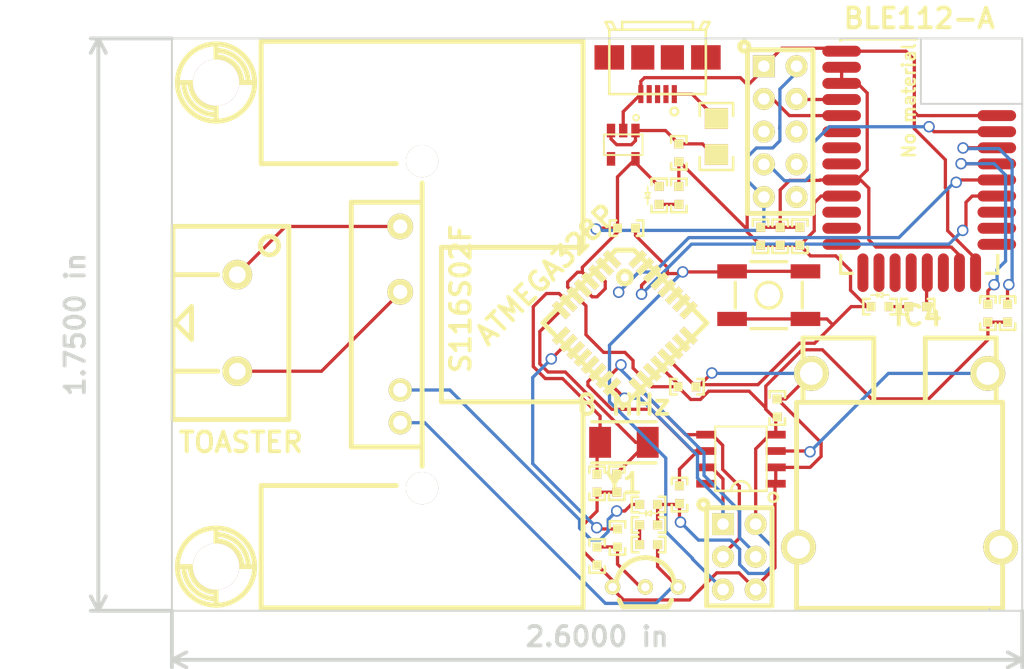
<source format=kicad_pcb>
(kicad_pcb (version 3) (host pcbnew "(2013-05-31 BZR 4019)-stable")

  (general
    (links 89)
    (no_connects 1)
    (area 207.975287 105.850267 288.6914 162.466)
    (thickness 1.6)
    (drawings 11)
    (tracks 399)
    (zones 0)
    (modules 37)
    (nets 31)
  )

  (page A3)
  (layers
    (15 F.Cu signal)
    (0 B.Cu signal)
    (16 B.Adhes user)
    (17 F.Adhes user)
    (18 B.Paste user)
    (19 F.Paste user)
    (20 B.SilkS user)
    (21 F.SilkS user)
    (22 B.Mask user)
    (23 F.Mask user)
    (24 Dwgs.User user)
    (25 Cmts.User user)
    (26 Eco1.User user)
    (27 Eco2.User user)
    (28 Edge.Cuts user)
  )

  (setup
    (last_trace_width 0.254)
    (trace_clearance 0.254)
    (zone_clearance 0.508)
    (zone_45_only no)
    (trace_min 0.254)
    (segment_width 0.2)
    (edge_width 0.15)
    (via_size 0.889)
    (via_drill 0.635)
    (via_min_size 0.889)
    (via_min_drill 0.508)
    (uvia_size 0.508)
    (uvia_drill 0.127)
    (uvias_allowed no)
    (uvia_min_size 0.508)
    (uvia_min_drill 0.127)
    (pcb_text_width 0.3)
    (pcb_text_size 1.5 1.5)
    (mod_edge_width 0.15)
    (mod_text_size 1.5 1.5)
    (mod_text_width 0.15)
    (pad_size 1.524 1.524)
    (pad_drill 0.762)
    (pad_to_mask_clearance 0.2)
    (aux_axis_origin 0 0)
    (visible_elements 7FFFFFBF)
    (pcbplotparams
      (layerselection 3178497)
      (usegerberextensions true)
      (excludeedgelayer true)
      (linewidth 0.100000)
      (plotframeref false)
      (viasonmask false)
      (mode 1)
      (useauxorigin false)
      (hpglpennumber 1)
      (hpglpenspeed 20)
      (hpglpendiameter 15)
      (hpglpenoverlay 2)
      (psnegative false)
      (psa4output false)
      (plotreference true)
      (plotvalue true)
      (plotothertext true)
      (plotinvisibletext false)
      (padsonsilk false)
      (subtractmaskfromsilk false)
      (outputformat 1)
      (mirror false)
      (drillshape 1)
      (scaleselection 1)
      (outputdirectory ""))
  )

  (net 0 "")
  (net 1 /BTRESET)
  (net 2 /DC)
  (net 3 /DD)
  (net 4 /HEAT)
  (net 5 /MISO)
  (net 6 /MOSI)
  (net 7 /RESET)
  (net 8 /RX)
  (net 9 /RXD)
  (net 10 /SCK)
  (net 11 /SSB)
  (net 12 /VIN)
  (net 13 GND)
  (net 14 N-0000026)
  (net 15 N-0000031)
  (net 16 N-0000033)
  (net 17 N-0000034)
  (net 18 N-0000035)
  (net 19 N-0000036)
  (net 20 N-0000037)
  (net 21 N-0000038)
  (net 22 N-0000040)
  (net 23 N-0000041)
  (net 24 N-0000042)
  (net 25 N-0000059)
  (net 26 N-0000060)
  (net 27 N-0000061)
  (net 28 N-0000063)
  (net 29 N-0000065)
  (net 30 VCC)

  (net_class Default "This is the default net class."
    (clearance 0.254)
    (trace_width 0.254)
    (via_dia 0.889)
    (via_drill 0.635)
    (uvia_dia 0.508)
    (uvia_drill 0.127)
    (add_net "")
    (add_net /BTRESET)
    (add_net /DC)
    (add_net /DD)
    (add_net /HEAT)
    (add_net /MISO)
    (add_net /MOSI)
    (add_net /RESET)
    (add_net /RX)
    (add_net /RXD)
    (add_net /SCK)
    (add_net /SSB)
    (add_net /VIN)
    (add_net GND)
    (add_net N-0000026)
    (add_net N-0000031)
    (add_net N-0000033)
    (add_net N-0000034)
    (add_net N-0000035)
    (add_net N-0000036)
    (add_net N-0000037)
    (add_net N-0000038)
    (add_net N-0000040)
    (add_net N-0000041)
    (add_net N-0000042)
    (add_net N-0000059)
    (add_net N-0000060)
    (add_net N-0000061)
    (add_net N-0000063)
    (add_net N-0000065)
    (add_net VCC)
  )

  (module XTAL_TXC_7A (layer F.Cu) (tedit 51246C04) (tstamp 51E43AAC)
    (at 255.8288 142.875)
    (path /51B24767)
    (fp_text reference Y1 (at 0 3.2004) (layer F.SilkS)
      (effects (font (size 1.524 1.524) (thickness 0.3048)))
    )
    (fp_text value "8 MHz" (at 0 -2.90068) (layer F.SilkS)
      (effects (font (size 1.524 1.524) (thickness 0.3048)))
    )
    (fp_line (start 2.49936 1.6002) (end -2.49936 1.6002) (layer F.SilkS) (width 0.254))
    (fp_line (start -2.49936 -1.6002) (end 2.49936 -1.6002) (layer F.SilkS) (width 0.254))
    (pad 1 smd rect (at -1.84912 0 90) (size 2.4003 1.69926)
      (layers F.Cu F.Paste F.Mask)
      (net 27 N-0000061)
    )
    (pad 2 smd rect (at 1.84912 0 90) (size 2.4003 1.69926)
      (layers F.Cu F.Paste F.Mask)
      (net 26 N-0000060)
    )
  )

  (module TQFP32_7mm (layer F.Cu) (tedit 51E44A5B) (tstamp 51E43AD6)
    (at 255.905 133.604 315)
    (tags "QFP TQFP 32")
    (path /51B2472F)
    (solder_paste_margin -0.254)
    (fp_text reference IC1 (at 0 7.00024 315) (layer F.SilkS) hide
      (effects (font (size 1.524 1.524) (thickness 0.3048)))
    )
    (fp_text value ATMEGA328P (at -6.986639 1.670328 405) (layer F.SilkS)
      (effects (font (size 1.524 1.524) (thickness 0.3048)))
    )
    (fp_circle (center -2.49936 -2.49936) (end -2.49936 -2.99974) (layer F.SilkS) (width 0.381))
    (fp_line (start -4.50088 -3.50012) (end -3.50012 -4.50088) (layer F.SilkS) (width 0.381))
    (fp_line (start -3.50012 -4.50088) (end 4.50088 -4.50088) (layer F.SilkS) (width 0.381))
    (fp_line (start 4.50088 -4.50088) (end 4.50088 4.50088) (layer F.SilkS) (width 0.381))
    (fp_line (start 4.50088 4.50088) (end -4.50088 4.50088) (layer F.SilkS) (width 0.381))
    (fp_line (start -4.50088 4.50088) (end -4.50088 -3.50012) (layer F.SilkS) (width 0.381))
    (pad 1 smd rect (at -4.20116 -2.79908 315) (size 1.50114 0.50038)
      (layers F.Cu F.Paste F.SilkS F.Mask)
    )
    (pad 2 smd rect (at -4.20116 -1.99898 315) (size 1.50114 0.50038)
      (layers F.Cu F.Paste F.SilkS F.Mask)
    )
    (pad 3 smd rect (at -4.20116 -1.19888 315) (size 1.50114 0.50038)
      (layers F.Cu F.Paste F.SilkS F.Mask)
      (net 13 GND)
    )
    (pad 4 smd rect (at -4.20116 -0.39878 315) (size 1.50114 0.50038)
      (layers F.Cu F.Paste F.SilkS F.Mask)
      (net 30 VCC)
    )
    (pad 5 smd rect (at -4.20116 0.39878 315) (size 1.50114 0.50038)
      (layers F.Cu F.Paste F.SilkS F.Mask)
      (net 13 GND)
    )
    (pad 6 smd rect (at -4.20116 1.19888 315) (size 1.50114 0.50038)
      (layers F.Cu F.Paste F.SilkS F.Mask)
      (net 30 VCC)
    )
    (pad 7 smd rect (at -4.20116 1.99898 315) (size 1.50114 0.50038)
      (layers F.Cu F.Paste F.SilkS F.Mask)
      (net 27 N-0000061)
    )
    (pad 8 smd rect (at -4.20116 2.79908 315) (size 1.50114 0.50038)
      (layers F.Cu F.Paste F.SilkS F.Mask)
      (net 26 N-0000060)
    )
    (pad 9 smd rect (at -2.79908 4.20116 45) (size 1.50114 0.50038)
      (layers F.Cu F.Paste F.SilkS F.Mask)
    )
    (pad 10 smd rect (at -1.99898 4.20116 45) (size 1.50114 0.50038)
      (layers F.Cu F.Paste F.SilkS F.Mask)
      (net 4 /HEAT)
    )
    (pad 11 smd rect (at -1.19888 4.20116 45) (size 1.50114 0.50038)
      (layers F.Cu F.Paste F.SilkS F.Mask)
    )
    (pad 12 smd rect (at -0.39878 4.20116 45) (size 1.50114 0.50038)
      (layers F.Cu F.Paste F.SilkS F.Mask)
    )
    (pad 13 smd rect (at 0.39878 4.20116 45) (size 1.50114 0.50038)
      (layers F.Cu F.Paste F.SilkS F.Mask)
    )
    (pad 14 smd rect (at 1.19888 4.20116 45) (size 1.50114 0.50038)
      (layers F.Cu F.Paste F.SilkS F.Mask)
      (net 11 /SSB)
    )
    (pad 15 smd rect (at 1.99898 4.20116 45) (size 1.50114 0.50038)
      (layers F.Cu F.Paste F.SilkS F.Mask)
      (net 6 /MOSI)
    )
    (pad 16 smd rect (at 2.79908 4.20116 45) (size 1.50114 0.50038)
      (layers F.Cu F.Paste F.SilkS F.Mask)
      (net 5 /MISO)
    )
    (pad 17 smd rect (at 4.20116 2.79908 135) (size 1.50114 0.50038)
      (layers F.Cu F.Paste F.SilkS F.Mask)
      (net 10 /SCK)
    )
    (pad 18 smd rect (at 4.20116 1.99898 135) (size 1.50114 0.50038)
      (layers F.Cu F.Paste F.SilkS F.Mask)
      (net 30 VCC)
    )
    (pad 19 smd rect (at 4.20116 1.19888 135) (size 1.50114 0.50038)
      (layers F.Cu F.Paste F.SilkS F.Mask)
    )
    (pad 20 smd rect (at 4.20116 0.39878 135) (size 1.50114 0.50038)
      (layers F.Cu F.Paste F.SilkS F.Mask)
      (net 30 VCC)
    )
    (pad 21 smd rect (at 4.20116 -0.39878 135) (size 1.50114 0.50038)
      (layers F.Cu F.Paste F.SilkS F.Mask)
      (net 13 GND)
    )
    (pad 22 smd rect (at 4.20116 -1.19888 135) (size 1.50114 0.50038)
      (layers F.Cu F.Paste F.SilkS F.Mask)
    )
    (pad 23 smd rect (at 4.20116 -1.99898 135) (size 1.50114 0.50038)
      (layers F.Cu F.Paste F.SilkS F.Mask)
    )
    (pad 24 smd rect (at 4.20116 -2.79908 135) (size 1.50114 0.50038)
      (layers F.Cu F.Paste F.SilkS F.Mask)
    )
    (pad 25 smd rect (at 2.79908 -4.20116 225) (size 1.50114 0.50038)
      (layers F.Cu F.Paste F.SilkS F.Mask)
    )
    (pad 26 smd rect (at 1.99898 -4.20116 225) (size 1.50114 0.50038)
      (layers F.Cu F.Paste F.SilkS F.Mask)
    )
    (pad 27 smd rect (at 1.19888 -4.20116 225) (size 1.50114 0.50038)
      (layers F.Cu F.Paste F.SilkS F.Mask)
    )
    (pad 28 smd rect (at 0.39878 -4.20116 225) (size 1.50114 0.50038)
      (layers F.Cu F.Paste F.SilkS F.Mask)
    )
    (pad 29 smd rect (at -0.39878 -4.20116 225) (size 1.50114 0.50038)
      (layers F.Cu F.Paste F.SilkS F.Mask)
      (net 7 /RESET)
    )
    (pad 30 smd rect (at -1.19888 -4.20116 225) (size 1.50114 0.50038)
      (layers F.Cu F.Paste F.SilkS F.Mask)
      (net 9 /RXD)
    )
    (pad 31 smd rect (at -1.99898 -4.20116 225) (size 1.50114 0.50038)
      (layers F.Cu F.Paste F.SilkS F.Mask)
      (net 8 /RX)
    )
    (pad 32 smd rect (at -2.79908 -4.20116 225) (size 1.50114 0.50038)
      (layers F.Cu F.Paste F.SilkS F.Mask)
    )
  )

  (module TO92 (layer F.Cu) (tedit 512C0CA6) (tstamp 51E43AE2)
    (at 257.4925 154.1145)
    (path /51B5F30D)
    (fp_text reference Q1 (at 2.286 3.048) (layer F.SilkS) hide
      (effects (font (size 1.524 1.524) (thickness 0.3048)))
    )
    (fp_text value 2N3904 (at -1.778 -3.302) (layer F.SilkS) hide
      (effects (font (size 1.524 1.524) (thickness 0.3048)))
    )
    (fp_line (start 1.778 1.524) (end 2.032 1.016) (layer F.SilkS) (width 0.381))
    (fp_line (start -1.778 1.524) (end -2.032 1.016) (layer F.SilkS) (width 0.381))
    (fp_line (start -1.778 1.524) (end 1.778 1.524) (layer F.SilkS) (width 0.381))
    (fp_arc (start 0 0) (end -2.286 0) (angle 90) (layer F.SilkS) (width 0.381))
    (fp_arc (start 0 0) (end 0 -2.286) (angle 90) (layer F.SilkS) (width 0.381))
    (pad 1 thru_hole circle (at -2.54 0) (size 1.19888 1.19888) (drill 0.65024)
      (layers *.Cu *.Mask F.SilkS)
      (net 13 GND)
    )
    (pad 2 thru_hole circle (at 0 0) (size 1.19888 1.19888) (drill 0.65024)
      (layers *.Cu *.Mask F.SilkS)
      (net 28 N-0000063)
    )
    (pad 3 thru_hole circle (at 2.54 0) (size 1.19888 1.19888) (drill 0.65024)
      (layers *.Cu *.Mask F.SilkS)
      (net 20 N-0000037)
    )
  )

  (module THERMOCOUPLE_MINI_PCC-SMP (layer F.Cu) (tedit 512C07D6) (tstamp 51E43AF4)
    (at 277.241 144.272 270)
    (path /51B24898)
    (fp_text reference TC1 (at 0 11.00074 270) (layer F.SilkS) hide
      (effects (font (size 1.524 1.524) (thickness 0.3048)))
    )
    (fp_text value THERMOCOUPLE (at -3.50012 -9.4996 270) (layer F.SilkS) hide
      (effects (font (size 1.524 1.524) (thickness 0.3048)))
    )
    (fp_line (start -4.50088 1.99898) (end -9.4996 1.99898) (layer F.SilkS) (width 0.381))
    (fp_line (start -9.4996 1.99898) (end -9.4996 7.50062) (layer F.SilkS) (width 0.381))
    (fp_line (start -9.4996 7.50062) (end -4.50088 7.50062) (layer F.SilkS) (width 0.381))
    (fp_line (start -4.50088 -7.50062) (end -9.4996 -7.50062) (layer F.SilkS) (width 0.381))
    (fp_line (start -9.4996 -7.50062) (end -9.4996 -1.99898) (layer F.SilkS) (width 0.381))
    (fp_line (start -9.4996 -1.99898) (end -4.50088 -1.99898) (layer F.SilkS) (width 0.381))
    (fp_line (start 11.50112 -8.001) (end -4.50088 -8.001) (layer F.SilkS) (width 0.381))
    (fp_line (start -4.50088 -8.001) (end -4.50088 8.001) (layer F.SilkS) (width 0.381))
    (fp_line (start -4.50088 8.001) (end 11.50112 8.001) (layer F.SilkS) (width 0.381))
    (fp_line (start 11.50112 -8.001) (end 11.50112 8.001) (layer F.SilkS) (width 0.381))
    (pad 1 thru_hole circle (at -6.74878 -6.85038 270) (size 2.70002 2.70002) (drill 1.77038)
      (layers *.Cu *.Mask F.SilkS)
      (net 14 N-0000026)
    )
    (pad 2 thru_hole circle (at -6.74878 6.85038 270) (size 2.70002 2.70002) (drill 1.77038)
      (layers *.Cu *.Mask F.SilkS)
      (net 13 GND)
    )
    (pad "" thru_hole circle (at 6.74878 -7.85114 270) (size 2.70002 2.70002) (drill 1.77038)
      (layers *.Cu *.Mask F.SilkS)
    )
    (pad "" thru_hole circle (at 6.74878 7.85114 270) (size 2.70002 2.70002) (drill 1.77038)
      (layers *.Cu *.Mask F.SilkS)
    )
  )

  (module SPST_4-pin-sm (layer F.Cu) (tedit 519BAD28) (tstamp 51E43B01)
    (at 267.081 131.445 180)
    (path /51B2558B)
    (solder_mask_margin 0.2)
    (solder_paste_margin -0.1)
    (clearance 0.2)
    (attr smd)
    (fp_text reference S1 (at 0 4.572 180) (layer F.SilkS) hide
      (effects (font (size 1.524 1.524) (thickness 0.3048)))
    )
    (fp_text value RESET (at 0 -4.064 180) (layer F.SilkS) hide
      (effects (font (size 1.524 1.524) (thickness 0.3048)))
    )
    (fp_circle (center 0 0) (end 0 -1) (layer F.SilkS) (width 0.254))
    (fp_line (start -2.60096 1.00076) (end -2.60096 -1.00076) (layer F.SilkS) (width 0.254))
    (fp_line (start -1.39954 2.60096) (end 1.39954 2.60096) (layer F.SilkS) (width 0.254))
    (fp_line (start 1.39954 -2.60096) (end -1.39954 -2.60096) (layer F.SilkS) (width 0.254))
    (fp_line (start 2.60096 1.00076) (end 2.60096 -1.00076) (layer F.SilkS) (width 0.254))
    (pad 1 smd rect (at -2.84988 -1.84912 180) (size 2.30124 1.09982)
      (layers F.Cu F.Paste F.Mask)
      (net 13 GND)
    )
    (pad 1 smd rect (at 2.84988 -1.84912 180) (size 2.30124 1.09982)
      (layers F.Cu F.Paste F.Mask)
      (net 13 GND)
    )
    (pad 2 smd rect (at -2.84988 1.84912 180) (size 2.30124 1.09982)
      (layers F.Cu F.Paste F.Mask)
      (net 7 /RESET)
    )
    (pad 2 smd rect (at 2.84988 1.84912 180) (size 2.30124 1.09982)
      (layers F.Cu F.Paste F.Mask)
      (net 7 /RESET)
    )
  )

  (module SOT23-5 (layer F.Cu) (tedit 519CFFC5) (tstamp 51E43B0F)
    (at 255.778 119.761 270)
    (path /51B5F2FF)
    (solder_mask_margin 0.1)
    (solder_paste_margin -0.025)
    (clearance 0.15)
    (attr smd)
    (fp_text reference IC2 (at 0 2.2 270) (layer F.SilkS) hide
      (effects (font (size 0.635 0.635) (thickness 0.127)))
    )
    (fp_text value MIC5205 (at 0 -2 270) (layer F.SilkS) hide
      (effects (font (size 0.635 0.635) (thickness 0.127)))
    )
    (fp_line (start -0.8 -1.5) (end -0.8 1.5) (layer F.SilkS) (width 0.15))
    (fp_line (start -0.8 1.5) (end 0.8 1.5) (layer F.SilkS) (width 0.15))
    (fp_line (start 0.8 1.5) (end 0.8 -1.5) (layer F.SilkS) (width 0.15))
    (fp_line (start 0.8 -1.5) (end -0.8 -1.5) (layer F.SilkS) (width 0.15))
    (fp_circle (center -2.1 -1) (end -2.2 -1.2) (layer F.SilkS) (width 0.15))
    (pad 1 smd rect (at -1.1 -0.95 270) (size 1.06 0.65)
      (layers F.Cu F.Paste F.Mask)
      (net 12 /VIN)
    )
    (pad 2 smd rect (at -1.1 0 270) (size 1.06 0.65)
      (layers F.Cu F.Paste F.Mask)
      (net 13 GND)
    )
    (pad 3 smd rect (at -1.1 0.95 270) (size 1.06 0.65)
      (layers F.Cu F.Paste F.Mask)
      (net 12 /VIN)
    )
    (pad 4 smd rect (at 1.1 0.95 270) (size 1.06 0.65)
      (layers F.Cu F.Paste F.Mask)
    )
    (pad 5 smd rect (at 1.1 -0.95 270) (size 1.06 0.65)
      (layers F.Cu F.Paste F.Mask)
      (net 30 VCC)
    )
  )

  (module SOIC8 (layer F.Cu) (tedit 51D1AC19) (tstamp 51E43B22)
    (at 264.922 144.145 180)
    (path /51B24889)
    (solder_mask_margin 0.15)
    (solder_paste_margin -0.04)
    (clearance 0.2)
    (attr smd)
    (fp_text reference IC3 (at 0 6.2 180) (layer F.SilkS) hide
      (effects (font (size 1 1) (thickness 0.15)))
    )
    (fp_text value MAX6675 (at 0 -6.2 180) (layer F.SilkS) hide
      (effects (font (size 1 1) (thickness 0.15)))
    )
    (fp_line (start -2 2.5) (end -2 -2.5) (layer F.SilkS) (width 0.15))
    (fp_line (start 2 -2.5) (end 2 2.5) (layer F.SilkS) (width 0.15))
    (fp_line (start 2 2.5) (end -2 2.5) (layer F.SilkS) (width 0.15))
    (fp_arc (start 0 -2.5) (end 0.75 -2.5) (angle 90) (layer F.SilkS) (width 0.2032))
    (fp_arc (start 0 -2.5) (end 0 -1.75) (angle 90) (layer F.SilkS) (width 0.2032))
    (fp_circle (center -2.5 -3) (end -2.25 -2.75) (layer F.SilkS) (width 0.2032))
    (fp_line (start 2 -2.5) (end -2 -2.5) (layer F.SilkS) (width 0.2032))
    (pad 1 smd rect (at -2.7 -1.945 180) (size 1.55 0.6)
      (layers F.Cu F.Paste F.Mask)
      (net 13 GND)
    )
    (pad 2 smd rect (at -2.7 -0.675 180) (size 1.55 0.6)
      (layers F.Cu F.Paste F.Mask)
      (net 13 GND)
    )
    (pad 3 smd rect (at -2.7 0.595 180) (size 1.55 0.6)
      (layers F.Cu F.Paste F.Mask)
      (net 14 N-0000026)
    )
    (pad 4 smd rect (at -2.7 1.865 180) (size 1.55 0.6)
      (layers F.Cu F.Paste F.Mask)
      (net 30 VCC)
    )
    (pad 5 smd rect (at 2.7 1.865 180) (size 1.55 0.6)
      (layers F.Cu F.Paste F.Mask)
      (net 10 /SCK)
    )
    (pad 6 smd rect (at 2.7 0.595 180) (size 1.55 0.6)
      (layers F.Cu F.Paste F.Mask)
      (net 11 /SSB)
    )
    (pad 7 smd rect (at 2.7 -0.675 180) (size 1.55 0.6)
      (layers F.Cu F.Paste F.Mask)
      (net 5 /MISO)
    )
    (pad 8 smd rect (at 2.7 -1.945 180) (size 1.55 0.6)
      (layers F.Cu F.Paste F.Mask)
    )
  )

  (module SHARP_SIP_SSR (layer F.Cu) (tedit 51328D46) (tstamp 51E43B3F)
    (at 240.157 133.731 270)
    (path /51B26352)
    (fp_text reference K1 (at 0.50038 7.50062 270) (layer F.SilkS) hide
      (effects (font (size 1.524 1.524) (thickness 0.3048)))
    )
    (fp_text value S116S02F (at -1.99898 -2.99974 270) (layer F.SilkS)
      (effects (font (size 1.524 1.524) (thickness 0.3048)))
    )
    (fp_text user "OHMITE RA-T2X-38E" (at -14.00048 -8.001 270) (layer F.SilkS) hide
      (effects (font (size 0.89916 0.89916) (thickness 0.20066)))
    )
    (fp_text user HEATSINK (at -14.50086 -10.50036 270) (layer F.SilkS) hide
      (effects (font (size 1.524 1.524) (thickness 0.3048)))
    )
    (fp_line (start 12.49934 12.49934) (end 21.99894 12.49934) (layer F.SilkS) (width 0.381))
    (fp_line (start -12.49934 12.49934) (end -21.99894 12.49934) (layer F.SilkS) (width 0.381))
    (fp_line (start -9.4996 0) (end -11.00074 0) (layer F.SilkS) (width 0.381))
    (fp_line (start -12.49934 1.99898) (end -12.49934 12.49934) (layer F.SilkS) (width 0.381))
    (fp_line (start 12.49934 1.99898) (end 12.49934 12.49934) (layer F.SilkS) (width 0.381))
    (fp_line (start 9.4996 0) (end 11.00074 0) (layer F.SilkS) (width 0.381))
    (fp_line (start 5.99948 -12.49934) (end 21.99894 -12.49934) (layer F.SilkS) (width 0.381))
    (fp_line (start -5.99948 -12.49934) (end -21.99894 -12.49934) (layer F.SilkS) (width 0.381))
    (fp_line (start -5.99948 -1.50114) (end -5.99948 -12.49934) (layer F.SilkS) (width 0.381))
    (fp_line (start -5.99948 -1.50114) (end 5.99948 -1.50114) (layer F.SilkS) (width 0.381))
    (fp_line (start 5.99948 -1.50114) (end 5.99948 -12.49934) (layer F.SilkS) (width 0.381))
    (fp_line (start -21.99894 -12.49934) (end -21.99894 12.49934) (layer F.SilkS) (width 0.381))
    (fp_line (start 21.99894 12.49934) (end 21.99894 -12.49934) (layer F.SilkS) (width 0.381))
    (fp_line (start 9.4996 0) (end -9.4996 0) (layer F.SilkS) (width 0.381))
    (fp_line (start -9.4996 0) (end -9.4996 5.4991) (layer F.SilkS) (width 0.381))
    (fp_line (start -9.4996 5.4991) (end 9.4996 5.4991) (layer F.SilkS) (width 0.381))
    (fp_line (start 9.4996 5.4991) (end 9.4996 0) (layer F.SilkS) (width 0.381))
    (pad 1 thru_hole circle (at -7.62 1.69926 270) (size 1.99898 1.99898) (drill 1.09982)
      (layers *.Cu *.Mask F.SilkS)
      (net 21 N-0000038)
    )
    (pad 2 thru_hole circle (at -2.54 1.69926 270) (size 1.99898 1.99898) (drill 1.09982)
      (layers *.Cu *.Mask F.SilkS)
      (net 19 N-0000036)
    )
    (pad 3 thru_hole circle (at 5.08 1.69926 270) (size 1.80086 1.80086) (drill 1.09982)
      (layers *.Cu *.Mask F.SilkS)
      (net 29 N-0000065)
    )
    (pad 4 thru_hole circle (at 7.62 1.69926 270) (size 1.80086 1.80086) (drill 1.09982)
      (layers *.Cu *.Mask F.SilkS)
      (net 20 N-0000037)
    )
    (pad "" thru_hole circle (at 12.7 0 270) (size 2.49936 2.49936) (drill 2.49936)
      (layers *.Cu *.Mask F.SilkS)
    )
    (pad "" thru_hole circle (at -12.7 0 270) (size 2.49936 2.49936) (drill 2.49936)
      (layers *.Cu *.Mask F.SilkS)
    )
  )

  (module MICROUSB_sm (layer F.Cu) (tedit 519D122C) (tstamp 51E43B5B)
    (at 258.445 113.03 270)
    (path /51B5F7C4)
    (solder_mask_margin 0.1)
    (solder_paste_margin -0.025)
    (clearance 0.15)
    (attr smd)
    (fp_text reference J1 (at 0 6.45 270) (layer F.SilkS) hide
      (effects (font (size 1.524 1.524) (thickness 0.3048)))
    )
    (fp_text value MICROUSB (at 0 -6.5 270) (layer F.SilkS) hide
      (effects (font (size 1.524 1.524) (thickness 0.3048)))
    )
    (fp_line (start 2.8 -3.75) (end -2.2 -3.75) (layer F.SilkS) (width 0.2))
    (fp_line (start -2.2 3.75) (end 2.8 3.75) (layer F.SilkS) (width 0.2))
    (fp_circle (center 4.15 -1.3) (end 4.15 -1.6) (layer F.SilkS) (width 0.2))
    (fp_line (start -2.2 -2.75) (end -2.8 -2.75) (layer F.SilkS) (width 0.2))
    (fp_line (start -2.8 -2.75) (end -2.8 2.75) (layer F.SilkS) (width 0.2))
    (fp_line (start -2.8 2.75) (end -2.2 2.75) (layer F.SilkS) (width 0.2))
    (fp_line (start -2.2 -3.25) (end -2.8 -3.55) (layer F.SilkS) (width 0.2))
    (fp_line (start -2.2 -3.75) (end -2.8 -4.05) (layer F.SilkS) (width 0.2))
    (fp_line (start -2.8 -4.05) (end -2.8 -3.55) (layer F.SilkS) (width 0.2))
    (fp_line (start -2.2 3.25) (end -2.8 3.55) (layer F.SilkS) (width 0.2))
    (fp_line (start -2.2 3.75) (end -2.8 4.05) (layer F.SilkS) (width 0.2))
    (fp_line (start -2.8 4.05) (end -2.8 3.55) (layer F.SilkS) (width 0.2))
    (fp_line (start -2.2 3.75) (end -2.2 -3.75) (layer F.SilkS) (width 0.2))
    (fp_line (start -1.5 3.75) (end -1.5 -3.75) (layer F.SilkS) (width 0.127))
    (fp_line (start 2.8 3.75) (end 2.8 -3.75) (layer F.SilkS) (width 0.2))
    (pad 1 smd rect (at 2.8 -1.3 270) (size 1.4 0.4)
      (layers F.Cu F.Paste F.Mask)
      (net 24 N-0000042)
    )
    (pad 2 smd rect (at 2.8 -0.65 270) (size 1.4 0.4)
      (layers F.Cu F.Paste F.Mask)
    )
    (pad 3 smd rect (at 2.8 0 270) (size 1.4 0.4)
      (layers F.Cu F.Paste F.Mask)
    )
    (pad 4 smd rect (at 2.8 0.65 270) (size 1.4 0.4)
      (layers F.Cu F.Paste F.Mask)
    )
    (pad 5 smd rect (at 2.8 1.3 270) (size 1.4 0.4)
      (layers F.Cu F.Paste F.Mask)
      (net 13 GND)
    )
    (pad "" smd rect (at -0.05 -3.75 270) (size 1.9 2.3)
      (layers F.Cu F.Paste F.Mask)
      (solder_paste_margin -0.2)
    )
    (pad "" smd rect (at -0.05 3.75 270) (size 1.9 2.3)
      (layers F.Cu F.Paste F.Mask)
      (solder_paste_margin -0.2)
    )
    (pad "" smd rect (at -0.05 1.15 270) (size 1.9 1.8)
      (layers F.Cu F.Paste F.Mask)
      (solder_paste_margin -0.2)
    )
    (pad "" smd rect (at -0.05 -1.15 270) (size 1.9 1.8)
      (layers F.Cu F.Paste F.Mask)
      (solder_paste_margin -0.2)
    )
  )

  (module ED110 (layer F.Cu) (tedit 51E44A2A) (tstamp 51E43B6B)
    (at 225.806 133.604 270)
    (path /51B26361)
    (fp_text reference J2 (at 6.35 6.604 270) (layer F.SilkS) hide
      (effects (font (size 1.524 1.524) (thickness 0.3048)))
    )
    (fp_text value TOASTER (at 9.271 -0.2794 360) (layer F.SilkS)
      (effects (font (size 1.524 1.524) (thickness 0.3048)))
    )
    (fp_line (start 0 4.826) (end 1.27 3.556) (layer F.SilkS) (width 0.381))
    (fp_line (start 1.27 3.556) (end -1.27 3.556) (layer F.SilkS) (width 0.381))
    (fp_line (start -1.27 3.556) (end 0 4.826) (layer F.SilkS) (width 0.381))
    (fp_line (start 3.7465 1.524) (end 3.7465 4.826) (layer F.SilkS) (width 0.381))
    (fp_line (start -3.7465 1.524) (end -3.7465 4.826) (layer F.SilkS) (width 0.381))
    (fp_circle (center -5.99948 -2.49936) (end -6.49986 -2.99974) (layer F.SilkS) (width 0.381))
    (fp_line (start 7.50062 -4.0005) (end -7.50062 -4.0005) (layer F.SilkS) (width 0.381))
    (fp_line (start -7.50062 -4.0005) (end -7.50062 5.00126) (layer F.SilkS) (width 0.381))
    (fp_line (start -7.50062 5.00126) (end 7.50062 5.00126) (layer F.SilkS) (width 0.381))
    (fp_line (start 7.50062 5.00126) (end 7.50062 -4.0005) (layer F.SilkS) (width 0.381))
    (pad 2 thru_hole circle (at -3.74904 0 270) (size 2.30124 2.30124) (drill 1.30048)
      (layers *.Cu *.Mask F.SilkS)
      (net 21 N-0000038)
    )
    (pad 1 thru_hole circle (at 3.74904 0 270) (size 2.30124 2.30124) (drill 1.30048)
      (layers *.Cu *.Mask F.SilkS)
      (net 19 N-0000036)
    )
  )

  (module BLE112-A (layer F.Cu) (tedit 51247648) (tstamp 51E43B95)
    (at 278.765 120.65)
    (path /51B2487A)
    (fp_text reference IC4 (at -0.09906 12.40028) (layer F.SilkS)
      (effects (font (size 1.524 1.524) (thickness 0.3048)))
    )
    (fp_text value BLE112-A (at 0 -10.70102) (layer F.SilkS)
      (effects (font (size 1.524 1.524) (thickness 0.3048)))
    )
    (fp_line (start -6.10108 -8.99922) (end -6.10108 -9.10082) (layer F.SilkS) (width 0.254))
    (fp_line (start -6.10108 -9.10082) (end -0.20066 -9.10082) (layer F.SilkS) (width 0.254))
    (fp_text user "No material" (at -0.8001 -4.30022 90) (layer F.SilkS)
      (effects (font (size 1.00076 1.00076) (thickness 0.20066)))
    )
    (fp_line (start -6.10108 9.10082) (end -5.19938 9.10082) (layer F.SilkS) (width 0.254))
    (fp_line (start -6.10108 9.10082) (end -6.10108 7.69874) (layer F.SilkS) (width 0.254))
    (fp_line (start 6.10108 9.10082) (end 6.10108 7.69874) (layer F.SilkS) (width 0.254))
    (fp_line (start 6.10108 9.10082) (end 5.19938 9.10082) (layer F.SilkS) (width 0.254))
    (pad 1 smd oval (at -6.02488 -8.15086) (size 2.99974 0.8509)
      (layers F.Cu F.Paste F.Mask)
      (net 13 GND)
    )
    (pad 2 smd oval (at -6.02488 -6.90118) (size 2.99974 0.8509)
      (layers F.Cu F.Paste F.Mask)
      (net 25 N-0000059)
    )
    (pad 3 smd oval (at -6.02488 -5.64896) (size 2.99974 0.8509)
      (layers F.Cu F.Paste F.Mask)
      (net 25 N-0000059)
    )
    (pad 4 smd oval (at -6.02488 -4.39928) (size 2.99974 0.8509)
      (layers F.Cu F.Paste F.Mask)
      (net 3 /DD)
    )
    (pad 5 smd oval (at -6.02488 -3.1496) (size 2.99974 0.8509)
      (layers F.Cu F.Paste F.Mask)
      (net 2 /DC)
    )
    (pad 6 smd oval (at -6.02488 -1.89992) (size 2.99974 0.8509)
      (layers F.Cu F.Paste F.Mask)
    )
    (pad 7 smd oval (at -6.02488 -0.65024) (size 2.99974 0.8509)
      (layers F.Cu F.Paste F.Mask)
    )
    (pad 8 smd oval (at -6.02488 0.59944) (size 2.99974 0.8509)
      (layers F.Cu F.Paste F.Mask)
    )
    (pad 9 smd oval (at -6.02488 1.84912) (size 2.99974 0.8509)
      (layers F.Cu F.Paste F.Mask)
      (net 25 N-0000059)
    )
    (pad 10 smd oval (at -6.02488 3.0988) (size 2.99974 0.8509)
      (layers F.Cu F.Paste F.Mask)
      (net 13 GND)
    )
    (pad 11 smd oval (at -6.02488 4.35102) (size 2.99974 0.8509)
      (layers F.Cu F.Paste F.Mask)
    )
    (pad 12 smd oval (at -6.02488 5.6007) (size 2.99974 0.8509)
      (layers F.Cu F.Paste F.Mask)
    )
    (pad 13 smd oval (at -6.02488 6.85038) (size 2.99974 0.8509)
      (layers F.Cu F.Paste F.Mask)
    )
    (pad 14 smd oval (at -4.37388 9.05002 90) (size 2.99974 0.8509)
      (layers F.Cu F.Paste F.Mask)
    )
    (pad 15 smd oval (at -3.1242 9.05002 90) (size 2.99974 0.8509)
      (layers F.Cu F.Paste F.Mask)
    )
    (pad 16 smd oval (at -1.87452 9.05002 90) (size 2.99974 0.8509)
      (layers F.Cu F.Paste F.Mask)
    )
    (pad 17 smd oval (at -0.62484 9.05002 90) (size 2.99974 0.8509)
      (layers F.Cu F.Paste F.Mask)
    )
    (pad 18 smd oval (at 0.62484 9.05002 90) (size 2.99974 0.8509)
      (layers F.Cu F.Paste F.Mask)
      (net 18 N-0000035)
    )
    (pad 19 smd oval (at 1.87452 9.05002 90) (size 2.99974 0.8509)
      (layers F.Cu F.Paste F.Mask)
    )
    (pad 20 smd oval (at 3.1242 9.05002 90) (size 2.99974 0.8509)
      (layers F.Cu F.Paste F.Mask)
      (net 25 N-0000059)
    )
    (pad 21 smd oval (at 4.37388 9.05002 90) (size 2.99974 0.8509)
      (layers F.Cu F.Paste F.Mask)
      (net 13 GND)
    )
    (pad 22 smd oval (at 6.02488 6.85038) (size 2.99974 0.8509)
      (layers F.Cu F.Paste F.Mask)
    )
    (pad 23 smd oval (at 6.02488 5.6007) (size 2.99974 0.8509)
      (layers F.Cu F.Paste F.Mask)
    )
    (pad 24 smd oval (at 6.02488 4.35102) (size 2.99974 0.8509)
      (layers F.Cu F.Paste F.Mask)
    )
    (pad 25 smd oval (at 6.02488 3.0988) (size 2.99974 0.8509)
      (layers F.Cu F.Paste F.Mask)
      (net 9 /RXD)
    )
    (pad 26 smd oval (at 6.02488 1.84912) (size 2.99974 0.8509)
      (layers F.Cu F.Paste F.Mask)
      (net 8 /RX)
    )
    (pad 27 smd oval (at 6.02488 0.59944) (size 2.99974 0.8509)
      (layers F.Cu F.Paste F.Mask)
      (net 22 N-0000040)
    )
    (pad 28 smd oval (at 6.02488 -0.65024) (size 2.99974 0.8509)
      (layers F.Cu F.Paste F.Mask)
      (net 23 N-0000041)
    )
    (pad 29 smd oval (at 6.02488 -1.89992) (size 2.99974 0.8509)
      (layers F.Cu F.Paste F.Mask)
      (net 1 /BTRESET)
    )
    (pad 30 smd oval (at 6.02488 -3.1496) (size 2.99974 0.8509)
      (layers F.Cu F.Paste F.Mask)
      (net 13 GND)
    )
    (pad "" smd rect (at 4.0005 -6.35) (size 8.001 5.4991)
      (layers *.Mask)
    )
  )

  (module 2x5-array (layer F.Cu) (tedit 519D23D2) (tstamp 51E43BAA)
    (at 267.97 118.745)
    (path /51B60893)
    (fp_text reference J3 (at 0 8.89) (layer F.SilkS) hide
      (effects (font (size 1.524 1.524) (thickness 0.3048)))
    )
    (fp_text value CC_ISP (at 0 -8.89) (layer F.SilkS) hide
      (effects (font (size 1.524 1.524) (thickness 0.3048)))
    )
    (fp_line (start 2.54 6.35) (end -2.54 6.35) (layer F.SilkS) (width 0.381))
    (fp_line (start -2.54 6.35) (end -2.54 1.27) (layer F.SilkS) (width 0.381))
    (fp_line (start 2.54 6.35) (end 2.54 1.27) (layer F.SilkS) (width 0.381))
    (fp_circle (center -2.794 -6.604) (end -2.54 -6.35) (layer F.SilkS) (width 0.381))
    (fp_line (start 2.54 -6.35) (end -2.54 -6.35) (layer F.SilkS) (width 0.381))
    (fp_line (start -2.54 -6.35) (end -2.54 1.27) (layer F.SilkS) (width 0.381))
    (fp_line (start 2.54 1.27) (end 2.54 -6.35) (layer F.SilkS) (width 0.381))
    (pad 10 thru_hole circle (at 1.27 5.08) (size 1.7 1.7) (drill 0.9)
      (layers *.Cu *.Mask F.SilkS)
    )
    (pad 9 thru_hole circle (at -1.27 5.08) (size 1.7 1.7) (drill 0.9)
      (layers *.Cu *.Mask F.SilkS)
      (net 30 VCC)
    )
    (pad 8 thru_hole circle (at 1.27 2.54) (size 1.7 1.7) (drill 0.9)
      (layers *.Cu *.Mask F.SilkS)
    )
    (pad 7 thru_hole circle (at -1.27 2.54) (size 1.7 1.7) (drill 0.9)
      (layers *.Cu *.Mask F.SilkS)
      (net 1 /BTRESET)
    )
    (pad 1 thru_hole rect (at -1.27 -5.08) (size 1.7 1.7) (drill 0.9)
      (layers *.Cu *.Mask F.SilkS)
      (net 13 GND)
    )
    (pad 2 thru_hole circle (at 1.27 -5.08) (size 1.7 1.7) (drill 0.9)
      (layers *.Cu *.Mask F.SilkS)
      (net 30 VCC)
    )
    (pad 3 thru_hole circle (at -1.27 -2.54) (size 1.7 1.7) (drill 0.9)
      (layers *.Cu *.Mask F.SilkS)
      (net 2 /DC)
    )
    (pad 4 thru_hole circle (at 1.27 -2.54) (size 1.7 1.7) (drill 0.9)
      (layers *.Cu *.Mask F.SilkS)
      (net 3 /DD)
    )
    (pad 5 thru_hole circle (at -1.27 0) (size 1.7 1.7) (drill 0.9)
      (layers *.Cu *.Mask F.SilkS)
    )
    (pad 6 thru_hole circle (at 1.27 0) (size 1.7 1.7) (drill 0.9)
      (layers *.Cu *.Mask F.SilkS)
    )
  )

  (module 2x3-array (layer F.Cu) (tedit 519D2296) (tstamp 51E43BB9)
    (at 264.795 151.765)
    (path /51B2473E)
    (fp_text reference P1 (at 0 5.5) (layer F.SilkS) hide
      (effects (font (size 1.524 1.524) (thickness 0.3048)))
    )
    (fp_text value AVR_ISP (at 0 -6) (layer F.SilkS) hide
      (effects (font (size 1.524 1.524) (thickness 0.3048)))
    )
    (fp_circle (center -2.794 -4.064) (end -2.54 -3.81) (layer F.SilkS) (width 0.381))
    (fp_line (start 2.54 -3.81) (end -2.54 -3.81) (layer F.SilkS) (width 0.381))
    (fp_line (start -2.54 -3.81) (end -2.54 3.81) (layer F.SilkS) (width 0.381))
    (fp_line (start -2.54 3.81) (end 2.54 3.81) (layer F.SilkS) (width 0.381))
    (fp_line (start 2.54 3.81) (end 2.54 -3.81) (layer F.SilkS) (width 0.381))
    (pad 1 thru_hole rect (at -1.27 -2.54) (size 1.7 1.7) (drill 0.9)
      (layers *.Cu *.Mask F.SilkS)
      (net 5 /MISO)
    )
    (pad 2 thru_hole circle (at 1.27 -2.54) (size 1.7 1.7) (drill 0.9)
      (layers *.Cu *.Mask F.SilkS)
      (net 30 VCC)
    )
    (pad 3 thru_hole circle (at -1.27 0) (size 1.7 1.7) (drill 0.9)
      (layers *.Cu *.Mask F.SilkS)
      (net 10 /SCK)
    )
    (pad 4 thru_hole circle (at 1.27 0) (size 1.7 1.7) (drill 0.9)
      (layers *.Cu *.Mask F.SilkS)
      (net 6 /MOSI)
    )
    (pad 5 thru_hole circle (at -1.27 2.54) (size 1.7 1.7) (drill 0.9)
      (layers *.Cu *.Mask F.SilkS)
      (net 7 /RESET)
    )
    (pad 6 thru_hole circle (at 1.27 2.54) (size 1.7 1.7) (drill 0.9)
      (layers *.Cu *.Mask F.SilkS)
      (net 13 GND)
    )
  )

  (module "1206(3216m)" (layer F.Cu) (tedit 519CEA4F) (tstamp 51E43BC5)
    (at 263.017 119.126 270)
    (path /51B5F5C8)
    (attr smd)
    (fp_text reference F1 (at 0 2.6 270) (layer F.SilkS) hide
      (effects (font (size 1.524 1.524) (thickness 0.3048)))
    )
    (fp_text value 500mA (at 0 -2.4 270) (layer F.SilkS) hide
      (effects (font (size 1.524 1.524) (thickness 0.3048)))
    )
    (fp_line (start -2.6 1.3) (end -2.6 -1.3) (layer F.SilkS) (width 0.2))
    (fp_line (start -2.6 -1.3) (end -1.6 -1.3) (layer F.SilkS) (width 0.2))
    (fp_line (start -2.6 1.3) (end -1.6 1.3) (layer F.SilkS) (width 0.2))
    (fp_line (start 2.6 -1.3) (end 2.6 1.3) (layer F.SilkS) (width 0.2))
    (fp_line (start 2.6 1.3) (end 1.6 1.3) (layer F.SilkS) (width 0.2))
    (fp_line (start 2.6 -1.3) (end 1.6 -1.3) (layer F.SilkS) (width 0.2))
    (pad 1 smd rect (at -1.4 0 270) (size 1.6 1.8)
      (layers F.Cu F.Paste F.SilkS F.Mask)
      (net 24 N-0000042)
    )
    (pad 2 smd rect (at 1.4 0 270) (size 1.6 1.8)
      (layers F.Cu F.Paste F.SilkS F.Mask)
      (net 12 /VIN)
    )
  )

  (module "0603(1608m)_led" (layer F.Cu) (tedit 51B11AEB) (tstamp 51E43BD7)
    (at 275.717 132.334)
    (path /51E34AE7)
    (solder_paste_margin -0.025)
    (attr smd)
    (fp_text reference LED3 (at 0 2.1) (layer F.SilkS) hide
      (effects (font (size 1.524 1.524) (thickness 0.3048)))
    )
    (fp_text value BT_CONN (at 0 -2.7) (layer F.SilkS) hide
      (effects (font (size 1.524 1.524) (thickness 0.3048)))
    )
    (fp_line (start -0.2 -0.9) (end -0.7 -0.9) (layer F.SilkS) (width 0.127))
    (fp_line (start 0.2 -0.9) (end 0.7 -0.9) (layer F.SilkS) (width 0.127))
    (fp_line (start -0.2 -0.9) (end 0.2 -1.1) (layer F.SilkS) (width 0.127))
    (fp_line (start 0.2 -1.1) (end 0.2 -0.7) (layer F.SilkS) (width 0.127))
    (fp_line (start 0.2 -0.7) (end -0.2 -0.9) (layer F.SilkS) (width 0.127))
    (fp_line (start -0.2 -0.7) (end -0.2 -1.1) (layer F.SilkS) (width 0.127))
    (fp_line (start -1.3 0.6) (end -1.3 -0.6) (layer F.SilkS) (width 0.2))
    (fp_line (start -1.3 -0.6) (end -0.8 -0.6) (layer F.SilkS) (width 0.2))
    (fp_line (start -1.3 0.6) (end -0.8 0.6) (layer F.SilkS) (width 0.2))
    (fp_line (start 1.3 -0.6) (end 1.3 0.6) (layer F.SilkS) (width 0.2))
    (fp_line (start 1.3 0.6) (end 0.8 0.6) (layer F.SilkS) (width 0.2))
    (fp_line (start 1.3 -0.6) (end 0.8 -0.6) (layer F.SilkS) (width 0.2))
    (pad 1 smd rect (at -0.7 0) (size 0.7 0.7)
      (layers F.Cu F.Paste F.SilkS F.Mask)
      (net 13 GND)
    )
    (pad 2 smd rect (at 0.7 0) (size 0.7 0.7)
      (layers F.Cu F.Paste F.SilkS F.Mask)
      (net 17 N-0000034)
    )
  )

  (module "0603(1608m)_led" (layer F.Cu) (tedit 51B11AEB) (tstamp 51E43BE9)
    (at 258.572 123.698 90)
    (path /51E3482D)
    (solder_paste_margin -0.025)
    (attr smd)
    (fp_text reference LED2 (at 0 2.1 90) (layer F.SilkS) hide
      (effects (font (size 1.524 1.524) (thickness 0.3048)))
    )
    (fp_text value PWR_ON (at 0 -2.7 90) (layer F.SilkS) hide
      (effects (font (size 1.524 1.524) (thickness 0.3048)))
    )
    (fp_line (start -0.2 -0.9) (end -0.7 -0.9) (layer F.SilkS) (width 0.127))
    (fp_line (start 0.2 -0.9) (end 0.7 -0.9) (layer F.SilkS) (width 0.127))
    (fp_line (start -0.2 -0.9) (end 0.2 -1.1) (layer F.SilkS) (width 0.127))
    (fp_line (start 0.2 -1.1) (end 0.2 -0.7) (layer F.SilkS) (width 0.127))
    (fp_line (start 0.2 -0.7) (end -0.2 -0.9) (layer F.SilkS) (width 0.127))
    (fp_line (start -0.2 -0.7) (end -0.2 -1.1) (layer F.SilkS) (width 0.127))
    (fp_line (start -1.3 0.6) (end -1.3 -0.6) (layer F.SilkS) (width 0.2))
    (fp_line (start -1.3 -0.6) (end -0.8 -0.6) (layer F.SilkS) (width 0.2))
    (fp_line (start -1.3 0.6) (end -0.8 0.6) (layer F.SilkS) (width 0.2))
    (fp_line (start 1.3 -0.6) (end 1.3 0.6) (layer F.SilkS) (width 0.2))
    (fp_line (start 1.3 0.6) (end 0.8 0.6) (layer F.SilkS) (width 0.2))
    (fp_line (start 1.3 -0.6) (end 0.8 -0.6) (layer F.SilkS) (width 0.2))
    (pad 1 smd rect (at -0.7 0 90) (size 0.7 0.7)
      (layers F.Cu F.Paste F.SilkS F.Mask)
      (net 16 N-0000033)
    )
    (pad 2 smd rect (at 0.7 0 90) (size 0.7 0.7)
      (layers F.Cu F.Paste F.SilkS F.Mask)
      (net 30 VCC)
    )
  )

  (module "0603(1608m)_led" (layer F.Cu) (tedit 51B11AEB) (tstamp 51E43BFB)
    (at 257.7465 149.2885)
    (path /51B5EE1C)
    (solder_paste_margin -0.025)
    (attr smd)
    (fp_text reference LED1 (at 0 2.1) (layer F.SilkS) hide
      (effects (font (size 1.524 1.524) (thickness 0.3048)))
    )
    (fp_text value HEAT_ON (at 0 -2.7) (layer F.SilkS) hide
      (effects (font (size 1.524 1.524) (thickness 0.3048)))
    )
    (fp_line (start -0.2 -0.9) (end -0.7 -0.9) (layer F.SilkS) (width 0.127))
    (fp_line (start 0.2 -0.9) (end 0.7 -0.9) (layer F.SilkS) (width 0.127))
    (fp_line (start -0.2 -0.9) (end 0.2 -1.1) (layer F.SilkS) (width 0.127))
    (fp_line (start 0.2 -1.1) (end 0.2 -0.7) (layer F.SilkS) (width 0.127))
    (fp_line (start 0.2 -0.7) (end -0.2 -0.9) (layer F.SilkS) (width 0.127))
    (fp_line (start -0.2 -0.7) (end -0.2 -1.1) (layer F.SilkS) (width 0.127))
    (fp_line (start -1.3 0.6) (end -1.3 -0.6) (layer F.SilkS) (width 0.2))
    (fp_line (start -1.3 -0.6) (end -0.8 -0.6) (layer F.SilkS) (width 0.2))
    (fp_line (start -1.3 0.6) (end -0.8 0.6) (layer F.SilkS) (width 0.2))
    (fp_line (start 1.3 -0.6) (end 1.3 0.6) (layer F.SilkS) (width 0.2))
    (fp_line (start 1.3 0.6) (end 0.8 0.6) (layer F.SilkS) (width 0.2))
    (fp_line (start 1.3 -0.6) (end 0.8 -0.6) (layer F.SilkS) (width 0.2))
    (pad 1 smd rect (at -0.7 0) (size 0.7 0.7)
      (layers F.Cu F.Paste F.SilkS F.Mask)
      (net 15 N-0000031)
    )
    (pad 2 smd rect (at 0.7 0) (size 0.7 0.7)
      (layers F.Cu F.Paste F.SilkS F.Mask)
      (net 30 VCC)
    )
  )

  (module "0603(1608m)" (layer F.Cu) (tedit 519CEABD) (tstamp 51E43C07)
    (at 253.746 151.7015 90)
    (path /51B5F479)
    (solder_paste_margin -0.025)
    (attr smd)
    (fp_text reference R4 (at 0 2.1 90) (layer F.SilkS) hide
      (effects (font (size 1.524 1.524) (thickness 0.3048)))
    )
    (fp_text value 10k (at 0 -1.9 90) (layer F.SilkS) hide
      (effects (font (size 1.524 1.524) (thickness 0.3048)))
    )
    (fp_line (start -1.3 0.6) (end -1.3 -0.6) (layer F.SilkS) (width 0.2))
    (fp_line (start -1.3 -0.6) (end -0.8 -0.6) (layer F.SilkS) (width 0.2))
    (fp_line (start -1.3 0.6) (end -0.8 0.6) (layer F.SilkS) (width 0.2))
    (fp_line (start 1.3 -0.6) (end 1.3 0.6) (layer F.SilkS) (width 0.2))
    (fp_line (start 1.3 0.6) (end 0.8 0.6) (layer F.SilkS) (width 0.2))
    (fp_line (start 1.3 -0.6) (end 0.8 -0.6) (layer F.SilkS) (width 0.2))
    (pad 1 smd rect (at -0.7 0 90) (size 0.7 0.7)
      (layers F.Cu F.Paste F.SilkS F.Mask)
      (net 13 GND)
    )
    (pad 2 smd rect (at 0.7 0 90) (size 0.7 0.7)
      (layers F.Cu F.Paste F.SilkS F.Mask)
      (net 28 N-0000063)
    )
  )

  (module "0603(1608m)" (layer F.Cu) (tedit 519CEABD) (tstamp 51E43C13)
    (at 278.638 132.334 180)
    (path /51E34AD8)
    (solder_paste_margin -0.025)
    (attr smd)
    (fp_text reference R10 (at 0 2.1 180) (layer F.SilkS) hide
      (effects (font (size 1.524 1.524) (thickness 0.3048)))
    )
    (fp_text value 1k (at 0 -1.9 180) (layer F.SilkS) hide
      (effects (font (size 1.524 1.524) (thickness 0.3048)))
    )
    (fp_line (start -1.3 0.6) (end -1.3 -0.6) (layer F.SilkS) (width 0.2))
    (fp_line (start -1.3 -0.6) (end -0.8 -0.6) (layer F.SilkS) (width 0.2))
    (fp_line (start -1.3 0.6) (end -0.8 0.6) (layer F.SilkS) (width 0.2))
    (fp_line (start 1.3 -0.6) (end 1.3 0.6) (layer F.SilkS) (width 0.2))
    (fp_line (start 1.3 0.6) (end 0.8 0.6) (layer F.SilkS) (width 0.2))
    (fp_line (start 1.3 -0.6) (end 0.8 -0.6) (layer F.SilkS) (width 0.2))
    (pad 1 smd rect (at -0.7 0 180) (size 0.7 0.7)
      (layers F.Cu F.Paste F.SilkS F.Mask)
      (net 18 N-0000035)
    )
    (pad 2 smd rect (at 0.7 0 180) (size 0.7 0.7)
      (layers F.Cu F.Paste F.SilkS F.Mask)
      (net 17 N-0000034)
    )
  )

  (module "0603(1608m)" (layer F.Cu) (tedit 519CEABD) (tstamp 51E43C1F)
    (at 260.096 123.698 270)
    (path /51E3483C)
    (solder_paste_margin -0.025)
    (attr smd)
    (fp_text reference R9 (at 0 2.1 270) (layer F.SilkS) hide
      (effects (font (size 1.524 1.524) (thickness 0.3048)))
    )
    (fp_text value 1k (at 0 -1.9 270) (layer F.SilkS) hide
      (effects (font (size 1.524 1.524) (thickness 0.3048)))
    )
    (fp_line (start -1.3 0.6) (end -1.3 -0.6) (layer F.SilkS) (width 0.2))
    (fp_line (start -1.3 -0.6) (end -0.8 -0.6) (layer F.SilkS) (width 0.2))
    (fp_line (start -1.3 0.6) (end -0.8 0.6) (layer F.SilkS) (width 0.2))
    (fp_line (start 1.3 -0.6) (end 1.3 0.6) (layer F.SilkS) (width 0.2))
    (fp_line (start 1.3 0.6) (end 0.8 0.6) (layer F.SilkS) (width 0.2))
    (fp_line (start 1.3 -0.6) (end 0.8 -0.6) (layer F.SilkS) (width 0.2))
    (pad 1 smd rect (at -0.7 0 270) (size 0.7 0.7)
      (layers F.Cu F.Paste F.SilkS F.Mask)
      (net 13 GND)
    )
    (pad 2 smd rect (at 0.7 0 270) (size 0.7 0.7)
      (layers F.Cu F.Paste F.SilkS F.Mask)
      (net 16 N-0000033)
    )
  )

  (module "0603(1608m)" (layer F.Cu) (tedit 519CEABD) (tstamp 51E43C2B)
    (at 285.623 132.842 270)
    (path /51B5FE22)
    (solder_paste_margin -0.025)
    (attr smd)
    (fp_text reference R8 (at 0 2.1 270) (layer F.SilkS) hide
      (effects (font (size 1.524 1.524) (thickness 0.3048)))
    )
    (fp_text value 10k (at 0 -1.9 270) (layer F.SilkS) hide
      (effects (font (size 1.524 1.524) (thickness 0.3048)))
    )
    (fp_line (start -1.3 0.6) (end -1.3 -0.6) (layer F.SilkS) (width 0.2))
    (fp_line (start -1.3 -0.6) (end -0.8 -0.6) (layer F.SilkS) (width 0.2))
    (fp_line (start -1.3 0.6) (end -0.8 0.6) (layer F.SilkS) (width 0.2))
    (fp_line (start 1.3 -0.6) (end 1.3 0.6) (layer F.SilkS) (width 0.2))
    (fp_line (start 1.3 0.6) (end 0.8 0.6) (layer F.SilkS) (width 0.2))
    (fp_line (start 1.3 -0.6) (end 0.8 -0.6) (layer F.SilkS) (width 0.2))
    (pad 1 smd rect (at -0.7 0 270) (size 0.7 0.7)
      (layers F.Cu F.Paste F.SilkS F.Mask)
      (net 23 N-0000041)
    )
    (pad 2 smd rect (at 0.7 0 270) (size 0.7 0.7)
      (layers F.Cu F.Paste F.SilkS F.Mask)
      (net 30 VCC)
    )
  )

  (module "0603(1608m)" (layer F.Cu) (tedit 519CEABD) (tstamp 51E43C37)
    (at 284.099 132.842 270)
    (path /51B5FD8B)
    (solder_paste_margin -0.025)
    (attr smd)
    (fp_text reference R7 (at 0 2.1 270) (layer F.SilkS) hide
      (effects (font (size 1.524 1.524) (thickness 0.3048)))
    )
    (fp_text value 10k (at 0 -1.9 270) (layer F.SilkS) hide
      (effects (font (size 1.524 1.524) (thickness 0.3048)))
    )
    (fp_line (start -1.3 0.6) (end -1.3 -0.6) (layer F.SilkS) (width 0.2))
    (fp_line (start -1.3 -0.6) (end -0.8 -0.6) (layer F.SilkS) (width 0.2))
    (fp_line (start -1.3 0.6) (end -0.8 0.6) (layer F.SilkS) (width 0.2))
    (fp_line (start 1.3 -0.6) (end 1.3 0.6) (layer F.SilkS) (width 0.2))
    (fp_line (start 1.3 0.6) (end 0.8 0.6) (layer F.SilkS) (width 0.2))
    (fp_line (start 1.3 -0.6) (end 0.8 -0.6) (layer F.SilkS) (width 0.2))
    (pad 1 smd rect (at -0.7 0 270) (size 0.7 0.7)
      (layers F.Cu F.Paste F.SilkS F.Mask)
      (net 22 N-0000040)
    )
    (pad 2 smd rect (at 0.7 0 270) (size 0.7 0.7)
      (layers F.Cu F.Paste F.SilkS F.Mask)
      (net 30 VCC)
    )
  )

  (module "0603(1608m)" (layer F.Cu) (tedit 519CEABD) (tstamp 51E43C43)
    (at 260.096 120.396 90)
    (path /51B5F662)
    (solder_paste_margin -0.025)
    (attr smd)
    (fp_text reference C4 (at 0 2.1 90) (layer F.SilkS) hide
      (effects (font (size 1.524 1.524) (thickness 0.3048)))
    )
    (fp_text value 10uF (at 0 -1.9 90) (layer F.SilkS) hide
      (effects (font (size 1.524 1.524) (thickness 0.3048)))
    )
    (fp_line (start -1.3 0.6) (end -1.3 -0.6) (layer F.SilkS) (width 0.2))
    (fp_line (start -1.3 -0.6) (end -0.8 -0.6) (layer F.SilkS) (width 0.2))
    (fp_line (start -1.3 0.6) (end -0.8 0.6) (layer F.SilkS) (width 0.2))
    (fp_line (start 1.3 -0.6) (end 1.3 0.6) (layer F.SilkS) (width 0.2))
    (fp_line (start 1.3 0.6) (end 0.8 0.6) (layer F.SilkS) (width 0.2))
    (fp_line (start 1.3 -0.6) (end 0.8 -0.6) (layer F.SilkS) (width 0.2))
    (pad 1 smd rect (at -0.7 0 90) (size 0.7 0.7)
      (layers F.Cu F.Paste F.SilkS F.Mask)
      (net 13 GND)
    )
    (pad 2 smd rect (at 0.7 0 90) (size 0.7 0.7)
      (layers F.Cu F.Paste F.SilkS F.Mask)
      (net 12 /VIN)
    )
  )

  (module "0603(1608m)" (layer F.Cu) (tedit 519CEABD) (tstamp 51E43C4F)
    (at 255.3335 150.3045 270)
    (path /51B5F488)
    (solder_paste_margin -0.025)
    (attr smd)
    (fp_text reference R2 (at 0 2.1 270) (layer F.SilkS) hide
      (effects (font (size 1.524 1.524) (thickness 0.3048)))
    )
    (fp_text value 330 (at 0 -1.9 270) (layer F.SilkS) hide
      (effects (font (size 1.524 1.524) (thickness 0.3048)))
    )
    (fp_line (start -1.3 0.6) (end -1.3 -0.6) (layer F.SilkS) (width 0.2))
    (fp_line (start -1.3 -0.6) (end -0.8 -0.6) (layer F.SilkS) (width 0.2))
    (fp_line (start -1.3 0.6) (end -0.8 0.6) (layer F.SilkS) (width 0.2))
    (fp_line (start 1.3 -0.6) (end 1.3 0.6) (layer F.SilkS) (width 0.2))
    (fp_line (start 1.3 0.6) (end 0.8 0.6) (layer F.SilkS) (width 0.2))
    (fp_line (start 1.3 -0.6) (end 0.8 -0.6) (layer F.SilkS) (width 0.2))
    (pad 1 smd rect (at -0.7 0 270) (size 0.7 0.7)
      (layers F.Cu F.Paste F.SilkS F.Mask)
      (net 4 /HEAT)
    )
    (pad 2 smd rect (at 0.7 0 270) (size 0.7 0.7)
      (layers F.Cu F.Paste F.SilkS F.Mask)
      (net 28 N-0000063)
    )
  )

  (module "0603(1608m)" (layer F.Cu) (tedit 519CEABD) (tstamp 51E43C5B)
    (at 256.032 126.238)
    (path /51B25502)
    (solder_paste_margin -0.025)
    (attr smd)
    (fp_text reference R1 (at 0 2.1) (layer F.SilkS) hide
      (effects (font (size 1.524 1.524) (thickness 0.3048)))
    )
    (fp_text value 10k (at 0 -1.9) (layer F.SilkS) hide
      (effects (font (size 1.524 1.524) (thickness 0.3048)))
    )
    (fp_line (start -1.3 0.6) (end -1.3 -0.6) (layer F.SilkS) (width 0.2))
    (fp_line (start -1.3 -0.6) (end -0.8 -0.6) (layer F.SilkS) (width 0.2))
    (fp_line (start -1.3 0.6) (end -0.8 0.6) (layer F.SilkS) (width 0.2))
    (fp_line (start 1.3 -0.6) (end 1.3 0.6) (layer F.SilkS) (width 0.2))
    (fp_line (start 1.3 0.6) (end 0.8 0.6) (layer F.SilkS) (width 0.2))
    (fp_line (start 1.3 -0.6) (end 0.8 -0.6) (layer F.SilkS) (width 0.2))
    (pad 1 smd rect (at -0.7 0) (size 0.7 0.7)
      (layers F.Cu F.Paste F.SilkS F.Mask)
      (net 30 VCC)
    )
    (pad 2 smd rect (at 0.7 0) (size 0.7 0.7)
      (layers F.Cu F.Paste F.SilkS F.Mask)
      (net 7 /RESET)
    )
  )

  (module "0603(1608m)" (layer F.Cu) (tedit 519CEABD) (tstamp 51E43C67)
    (at 255.27 146.05 90)
    (path /51B24963)
    (solder_paste_margin -0.025)
    (attr smd)
    (fp_text reference C1 (at 0 2.1 90) (layer F.SilkS) hide
      (effects (font (size 1.524 1.524) (thickness 0.3048)))
    )
    (fp_text value 22pF (at 0 -1.9 90) (layer F.SilkS) hide
      (effects (font (size 1.524 1.524) (thickness 0.3048)))
    )
    (fp_line (start -1.3 0.6) (end -1.3 -0.6) (layer F.SilkS) (width 0.2))
    (fp_line (start -1.3 -0.6) (end -0.8 -0.6) (layer F.SilkS) (width 0.2))
    (fp_line (start -1.3 0.6) (end -0.8 0.6) (layer F.SilkS) (width 0.2))
    (fp_line (start 1.3 -0.6) (end 1.3 0.6) (layer F.SilkS) (width 0.2))
    (fp_line (start 1.3 0.6) (end 0.8 0.6) (layer F.SilkS) (width 0.2))
    (fp_line (start 1.3 -0.6) (end 0.8 -0.6) (layer F.SilkS) (width 0.2))
    (pad 1 smd rect (at -0.7 0 90) (size 0.7 0.7)
      (layers F.Cu F.Paste F.SilkS F.Mask)
      (net 13 GND)
    )
    (pad 2 smd rect (at 0.7 0 90) (size 0.7 0.7)
      (layers F.Cu F.Paste F.SilkS F.Mask)
      (net 26 N-0000060)
    )
  )

  (module "0603(1608m)" (layer F.Cu) (tedit 519CEABD) (tstamp 51E43C73)
    (at 257.7465 150.8125)
    (path /51B5ECD3)
    (solder_paste_margin -0.025)
    (attr smd)
    (fp_text reference R3 (at 0 2.1) (layer F.SilkS) hide
      (effects (font (size 1.524 1.524) (thickness 0.3048)))
    )
    (fp_text value 330 (at 0 -1.9) (layer F.SilkS) hide
      (effects (font (size 1.524 1.524) (thickness 0.3048)))
    )
    (fp_line (start -1.3 0.6) (end -1.3 -0.6) (layer F.SilkS) (width 0.2))
    (fp_line (start -1.3 -0.6) (end -0.8 -0.6) (layer F.SilkS) (width 0.2))
    (fp_line (start -1.3 0.6) (end -0.8 0.6) (layer F.SilkS) (width 0.2))
    (fp_line (start 1.3 -0.6) (end 1.3 0.6) (layer F.SilkS) (width 0.2))
    (fp_line (start 1.3 0.6) (end 0.8 0.6) (layer F.SilkS) (width 0.2))
    (fp_line (start 1.3 -0.6) (end 0.8 -0.6) (layer F.SilkS) (width 0.2))
    (pad 1 smd rect (at -0.7 0) (size 0.7 0.7)
      (layers F.Cu F.Paste F.SilkS F.Mask)
      (net 15 N-0000031)
    )
    (pad 2 smd rect (at 0.7 0) (size 0.7 0.7)
      (layers F.Cu F.Paste F.SilkS F.Mask)
      (net 20 N-0000037)
    )
  )

  (module "0603(1608m)" (layer F.Cu) (tedit 519CEABD) (tstamp 51E43C7F)
    (at 257.7465 147.701 180)
    (path /51B5ECC4)
    (solder_paste_margin -0.025)
    (attr smd)
    (fp_text reference R5 (at 0 2.1 180) (layer F.SilkS) hide
      (effects (font (size 1.524 1.524) (thickness 0.3048)))
    )
    (fp_text value 70 (at 0 -1.9 180) (layer F.SilkS) hide
      (effects (font (size 1.524 1.524) (thickness 0.3048)))
    )
    (fp_line (start -1.3 0.6) (end -1.3 -0.6) (layer F.SilkS) (width 0.2))
    (fp_line (start -1.3 -0.6) (end -0.8 -0.6) (layer F.SilkS) (width 0.2))
    (fp_line (start -1.3 0.6) (end -0.8 0.6) (layer F.SilkS) (width 0.2))
    (fp_line (start 1.3 -0.6) (end 1.3 0.6) (layer F.SilkS) (width 0.2))
    (fp_line (start 1.3 0.6) (end 0.8 0.6) (layer F.SilkS) (width 0.2))
    (fp_line (start 1.3 -0.6) (end 0.8 -0.6) (layer F.SilkS) (width 0.2))
    (pad 1 smd rect (at -0.7 0 180) (size 0.7 0.7)
      (layers F.Cu F.Paste F.SilkS F.Mask)
      (net 30 VCC)
    )
    (pad 2 smd rect (at 0.7 0 180) (size 0.7 0.7)
      (layers F.Cu F.Paste F.SilkS F.Mask)
      (net 29 N-0000065)
    )
  )

  (module "0603(1608m)" (layer F.Cu) (tedit 519CEABD) (tstamp 51E43C8B)
    (at 253.746 146.05 90)
    (path /51B24972)
    (solder_paste_margin -0.025)
    (attr smd)
    (fp_text reference C2 (at 0 2.1 90) (layer F.SilkS) hide
      (effects (font (size 1.524 1.524) (thickness 0.3048)))
    )
    (fp_text value 22pF (at 0 -1.9 90) (layer F.SilkS) hide
      (effects (font (size 1.524 1.524) (thickness 0.3048)))
    )
    (fp_line (start -1.3 0.6) (end -1.3 -0.6) (layer F.SilkS) (width 0.2))
    (fp_line (start -1.3 -0.6) (end -0.8 -0.6) (layer F.SilkS) (width 0.2))
    (fp_line (start -1.3 0.6) (end -0.8 0.6) (layer F.SilkS) (width 0.2))
    (fp_line (start 1.3 -0.6) (end 1.3 0.6) (layer F.SilkS) (width 0.2))
    (fp_line (start 1.3 0.6) (end 0.8 0.6) (layer F.SilkS) (width 0.2))
    (fp_line (start 1.3 -0.6) (end 0.8 -0.6) (layer F.SilkS) (width 0.2))
    (pad 1 smd rect (at -0.7 0 90) (size 0.7 0.7)
      (layers F.Cu F.Paste F.SilkS F.Mask)
      (net 13 GND)
    )
    (pad 2 smd rect (at 0.7 0 90) (size 0.7 0.7)
      (layers F.Cu F.Paste F.SilkS F.Mask)
      (net 27 N-0000061)
    )
  )

  (module "0603(1608m)" (layer F.Cu) (tedit 519CEABD) (tstamp 51E43C97)
    (at 260.731 138.557)
    (path /51B249D6)
    (solder_paste_margin -0.025)
    (attr smd)
    (fp_text reference C3 (at 0 2.1) (layer F.SilkS) hide
      (effects (font (size 1.524 1.524) (thickness 0.3048)))
    )
    (fp_text value 0.1uF (at 0 -1.9) (layer F.SilkS) hide
      (effects (font (size 1.524 1.524) (thickness 0.3048)))
    )
    (fp_line (start -1.3 0.6) (end -1.3 -0.6) (layer F.SilkS) (width 0.2))
    (fp_line (start -1.3 -0.6) (end -0.8 -0.6) (layer F.SilkS) (width 0.2))
    (fp_line (start -1.3 0.6) (end -0.8 0.6) (layer F.SilkS) (width 0.2))
    (fp_line (start 1.3 -0.6) (end 1.3 0.6) (layer F.SilkS) (width 0.2))
    (fp_line (start 1.3 0.6) (end 0.8 0.6) (layer F.SilkS) (width 0.2))
    (fp_line (start 1.3 -0.6) (end 0.8 -0.6) (layer F.SilkS) (width 0.2))
    (pad 1 smd rect (at -0.7 0) (size 0.7 0.7)
      (layers F.Cu F.Paste F.SilkS F.Mask)
      (net 30 VCC)
    )
    (pad 2 smd rect (at 0.7 0) (size 0.7 0.7)
      (layers F.Cu F.Paste F.SilkS F.Mask)
      (net 13 GND)
    )
  )

  (module "0603(1608m)" (layer F.Cu) (tedit 519CEABD) (tstamp 51E43CA3)
    (at 269.494 126.873 270)
    (path /51B26184)
    (solder_paste_margin -0.025)
    (attr smd)
    (fp_text reference C7 (at 0 2.1 270) (layer F.SilkS) hide
      (effects (font (size 1.524 1.524) (thickness 0.3048)))
    )
    (fp_text value 1uF (at 0 -1.9 270) (layer F.SilkS) hide
      (effects (font (size 1.524 1.524) (thickness 0.3048)))
    )
    (fp_line (start -1.3 0.6) (end -1.3 -0.6) (layer F.SilkS) (width 0.2))
    (fp_line (start -1.3 -0.6) (end -0.8 -0.6) (layer F.SilkS) (width 0.2))
    (fp_line (start -1.3 0.6) (end -0.8 0.6) (layer F.SilkS) (width 0.2))
    (fp_line (start 1.3 -0.6) (end 1.3 0.6) (layer F.SilkS) (width 0.2))
    (fp_line (start 1.3 0.6) (end 0.8 0.6) (layer F.SilkS) (width 0.2))
    (fp_line (start 1.3 -0.6) (end 0.8 -0.6) (layer F.SilkS) (width 0.2))
    (pad 1 smd rect (at -0.7 0 270) (size 0.7 0.7)
      (layers F.Cu F.Paste F.SilkS F.Mask)
      (net 25 N-0000059)
    )
    (pad 2 smd rect (at 0.7 0 270) (size 0.7 0.7)
      (layers F.Cu F.Paste F.SilkS F.Mask)
      (net 13 GND)
    )
  )

  (module "0603(1608m)" (layer F.Cu) (tedit 519CEABD) (tstamp 51E43CAF)
    (at 266.446 126.873 270)
    (path /51B2616B)
    (solder_paste_margin -0.025)
    (attr smd)
    (fp_text reference C8 (at 0 2.1 270) (layer F.SilkS) hide
      (effects (font (size 1.524 1.524) (thickness 0.3048)))
    )
    (fp_text value 1uF (at 0 -1.9 270) (layer F.SilkS) hide
      (effects (font (size 1.524 1.524) (thickness 0.3048)))
    )
    (fp_line (start -1.3 0.6) (end -1.3 -0.6) (layer F.SilkS) (width 0.2))
    (fp_line (start -1.3 -0.6) (end -0.8 -0.6) (layer F.SilkS) (width 0.2))
    (fp_line (start -1.3 0.6) (end -0.8 0.6) (layer F.SilkS) (width 0.2))
    (fp_line (start 1.3 -0.6) (end 1.3 0.6) (layer F.SilkS) (width 0.2))
    (fp_line (start 1.3 0.6) (end 0.8 0.6) (layer F.SilkS) (width 0.2))
    (fp_line (start 1.3 -0.6) (end 0.8 -0.6) (layer F.SilkS) (width 0.2))
    (pad 1 smd rect (at -0.7 0 270) (size 0.7 0.7)
      (layers F.Cu F.Paste F.SilkS F.Mask)
      (net 25 N-0000059)
    )
    (pad 2 smd rect (at 0.7 0 270) (size 0.7 0.7)
      (layers F.Cu F.Paste F.SilkS F.Mask)
      (net 13 GND)
    )
  )

  (module "0603(1608m)" (layer F.Cu) (tedit 519CEABD) (tstamp 51E43CBB)
    (at 267.97 126.873 270)
    (path /51B2615C)
    (solder_paste_margin -0.025)
    (attr smd)
    (fp_text reference C9 (at 0 2.1 270) (layer F.SilkS) hide
      (effects (font (size 1.524 1.524) (thickness 0.3048)))
    )
    (fp_text value 1uF (at 0 -1.9 270) (layer F.SilkS) hide
      (effects (font (size 1.524 1.524) (thickness 0.3048)))
    )
    (fp_line (start -1.3 0.6) (end -1.3 -0.6) (layer F.SilkS) (width 0.2))
    (fp_line (start -1.3 -0.6) (end -0.8 -0.6) (layer F.SilkS) (width 0.2))
    (fp_line (start -1.3 0.6) (end -0.8 0.6) (layer F.SilkS) (width 0.2))
    (fp_line (start 1.3 -0.6) (end 1.3 0.6) (layer F.SilkS) (width 0.2))
    (fp_line (start 1.3 0.6) (end 0.8 0.6) (layer F.SilkS) (width 0.2))
    (fp_line (start 1.3 -0.6) (end 0.8 -0.6) (layer F.SilkS) (width 0.2))
    (pad 1 smd rect (at -0.7 0 270) (size 0.7 0.7)
      (layers F.Cu F.Paste F.SilkS F.Mask)
      (net 25 N-0000059)
    )
    (pad 2 smd rect (at 0.7 0 270) (size 0.7 0.7)
      (layers F.Cu F.Paste F.SilkS F.Mask)
      (net 13 GND)
    )
  )

  (module "0603(1608m)" (layer F.Cu) (tedit 519CEABD) (tstamp 51E43CC7)
    (at 260.1468 146.939 270)
    (path /51B25762)
    (solder_paste_margin -0.025)
    (attr smd)
    (fp_text reference R6 (at 0 2.1 270) (layer F.SilkS) hide
      (effects (font (size 1.524 1.524) (thickness 0.3048)))
    )
    (fp_text value 10k (at 0 -1.9 270) (layer F.SilkS) hide
      (effects (font (size 1.524 1.524) (thickness 0.3048)))
    )
    (fp_line (start -1.3 0.6) (end -1.3 -0.6) (layer F.SilkS) (width 0.2))
    (fp_line (start -1.3 -0.6) (end -0.8 -0.6) (layer F.SilkS) (width 0.2))
    (fp_line (start -1.3 0.6) (end -0.8 0.6) (layer F.SilkS) (width 0.2))
    (fp_line (start 1.3 -0.6) (end 1.3 0.6) (layer F.SilkS) (width 0.2))
    (fp_line (start 1.3 0.6) (end 0.8 0.6) (layer F.SilkS) (width 0.2))
    (fp_line (start 1.3 -0.6) (end 0.8 -0.6) (layer F.SilkS) (width 0.2))
    (pad 1 smd rect (at -0.7 0 270) (size 0.7 0.7)
      (layers F.Cu F.Paste F.SilkS F.Mask)
      (net 11 /SSB)
    )
    (pad 2 smd rect (at 0.7 0 270) (size 0.7 0.7)
      (layers F.Cu F.Paste F.SilkS F.Mask)
      (net 30 VCC)
    )
  )

  (module "0603(1608m)" (layer F.Cu) (tedit 519CEABD) (tstamp 51E43CD3)
    (at 267.7414 140.208 270)
    (path /51B24E44)
    (solder_paste_margin -0.025)
    (attr smd)
    (fp_text reference C6 (at 0 2.1 270) (layer F.SilkS) hide
      (effects (font (size 1.524 1.524) (thickness 0.3048)))
    )
    (fp_text value 0.1uF (at 0 -1.9 270) (layer F.SilkS) hide
      (effects (font (size 1.524 1.524) (thickness 0.3048)))
    )
    (fp_line (start -1.3 0.6) (end -1.3 -0.6) (layer F.SilkS) (width 0.2))
    (fp_line (start -1.3 -0.6) (end -0.8 -0.6) (layer F.SilkS) (width 0.2))
    (fp_line (start -1.3 0.6) (end -0.8 0.6) (layer F.SilkS) (width 0.2))
    (fp_line (start 1.3 -0.6) (end 1.3 0.6) (layer F.SilkS) (width 0.2))
    (fp_line (start 1.3 0.6) (end 0.8 0.6) (layer F.SilkS) (width 0.2))
    (fp_line (start 1.3 -0.6) (end 0.8 -0.6) (layer F.SilkS) (width 0.2))
    (pad 1 smd rect (at -0.7 0 270) (size 0.7 0.7)
      (layers F.Cu F.Paste F.SilkS F.Mask)
      (net 13 GND)
    )
    (pad 2 smd rect (at 0.7 0 270) (size 0.7 0.7)
      (layers F.Cu F.Paste F.SilkS F.Mask)
      (net 30 VCC)
    )
  )

  (module M3 (layer F.Cu) (tedit 519BD6A8) (tstamp 51E44347)
    (at 224.155 114.935)
    (fp_text reference M3 (at 0 4.5) (layer F.SilkS) hide
      (effects (font (size 1.524 1.524) (thickness 0.3048)))
    )
    (fp_text value VAL** (at 0 -4) (layer F.SilkS) hide
      (effects (font (size 1.524 1.524) (thickness 0.3048)))
    )
    (fp_arc (start 0 0) (end 0 2.5) (angle 90) (layer F.SilkS) (width 0.381))
    (fp_arc (start 0 0) (end 0 2) (angle 90) (layer F.SilkS) (width 0.381))
    (fp_arc (start 0 0) (end 0 1.5) (angle 90) (layer F.SilkS) (width 0.381))
    (fp_arc (start 0 0) (end 0 1) (angle 90) (layer F.SilkS) (width 0.381))
    (fp_arc (start 0 0) (end 0 0.5) (angle 90) (layer F.SilkS) (width 0.381))
    (fp_arc (start 0 0) (end 0 -2.5) (angle 90) (layer F.SilkS) (width 0.381))
    (fp_arc (start 0 0) (end 0 -2) (angle 90) (layer F.SilkS) (width 0.381))
    (fp_arc (start 0 0) (end 0 -1.5) (angle 90) (layer F.SilkS) (width 0.381))
    (fp_arc (start 0 0) (end 0 -1) (angle 90) (layer F.SilkS) (width 0.381))
    (fp_arc (start 0 0) (end 0 -0.5) (angle 90) (layer F.SilkS) (width 0.381))
    (fp_line (start 0 0) (end 0 3) (layer F.SilkS) (width 0.381))
    (fp_line (start 0 0) (end -3 0) (layer F.SilkS) (width 0.381))
    (fp_line (start 0 0) (end 3 0) (layer F.SilkS) (width 0.381))
    (fp_line (start 0 0) (end 0 -3) (layer F.SilkS) (width 0.381))
    (fp_circle (center 0 0) (end 3 0) (layer F.SilkS) (width 0.381))
    (pad 1 thru_hole circle (at 0 0) (size 3.6 3.6) (drill 3.6)
      (layers *.Cu *.SilkS *.Mask)
    )
  )

  (module M3 (layer F.Cu) (tedit 519BD6A8) (tstamp 51E44383)
    (at 224.155 152.527)
    (fp_text reference M3 (at 0 4.5) (layer F.SilkS) hide
      (effects (font (size 1.524 1.524) (thickness 0.3048)))
    )
    (fp_text value VAL** (at 0 -4) (layer F.SilkS) hide
      (effects (font (size 1.524 1.524) (thickness 0.3048)))
    )
    (fp_arc (start 0 0) (end 0 2.5) (angle 90) (layer F.SilkS) (width 0.381))
    (fp_arc (start 0 0) (end 0 2) (angle 90) (layer F.SilkS) (width 0.381))
    (fp_arc (start 0 0) (end 0 1.5) (angle 90) (layer F.SilkS) (width 0.381))
    (fp_arc (start 0 0) (end 0 1) (angle 90) (layer F.SilkS) (width 0.381))
    (fp_arc (start 0 0) (end 0 0.5) (angle 90) (layer F.SilkS) (width 0.381))
    (fp_arc (start 0 0) (end 0 -2.5) (angle 90) (layer F.SilkS) (width 0.381))
    (fp_arc (start 0 0) (end 0 -2) (angle 90) (layer F.SilkS) (width 0.381))
    (fp_arc (start 0 0) (end 0 -1.5) (angle 90) (layer F.SilkS) (width 0.381))
    (fp_arc (start 0 0) (end 0 -1) (angle 90) (layer F.SilkS) (width 0.381))
    (fp_arc (start 0 0) (end 0 -0.5) (angle 90) (layer F.SilkS) (width 0.381))
    (fp_line (start 0 0) (end 0 3) (layer F.SilkS) (width 0.381))
    (fp_line (start 0 0) (end -3 0) (layer F.SilkS) (width 0.381))
    (fp_line (start 0 0) (end 3 0) (layer F.SilkS) (width 0.381))
    (fp_line (start 0 0) (end 0 -3) (layer F.SilkS) (width 0.381))
    (fp_circle (center 0 0) (end 3 0) (layer F.SilkS) (width 0.381))
    (pad 1 thru_hole circle (at 0 0) (size 3.6 3.6) (drill 3.6)
      (layers *.Cu *.SilkS *.Mask)
    )
  )

  (dimension 66.04 (width 0.3) (layer Edge.Cuts)
    (gr_text "2.6000 in" (at 253.746 161.115999) (layer Edge.Cuts)
      (effects (font (size 1.5 1.5) (thickness 0.3)))
    )
    (feature1 (pts (xy 220.726 155.956) (xy 220.726 162.465999)))
    (feature2 (pts (xy 286.766 155.956) (xy 286.766 162.465999)))
    (crossbar (pts (xy 286.766 159.765999) (xy 220.726 159.765999)))
    (arrow1a (pts (xy 220.726 159.765999) (xy 221.852503 159.179579)))
    (arrow1b (pts (xy 220.726 159.765999) (xy 221.852503 160.352419)))
    (arrow2a (pts (xy 286.766 159.765999) (xy 285.639497 159.179579)))
    (arrow2b (pts (xy 286.766 159.765999) (xy 285.639497 160.352419)))
  )
  (gr_line (start 278.892 116.586) (end 286.766 116.586) (angle 90) (layer Edge.Cuts) (width 0.15))
  (gr_line (start 278.892 111.506) (end 278.892 116.586) (angle 90) (layer Edge.Cuts) (width 0.15))
  (gr_line (start 286.766 155.956) (end 284.226 155.956) (angle 90) (layer Edge.Cuts) (width 0.15))
  (gr_line (start 284.226 155.956) (end 284.226 155.829) (angle 90) (layer Edge.Cuts) (width 0.15))
  (gr_line (start 286.766 111.506) (end 286.766 155.956) (angle 90) (layer Edge.Cuts) (width 0.15))
  (gr_line (start 284.226 111.506) (end 286.766 111.506) (angle 90) (layer Edge.Cuts) (width 0.15))
  (gr_line (start 284.226 155.956) (end 220.726 155.956) (angle 90) (layer Edge.Cuts) (width 0.15))
  (dimension 44.45 (width 0.3) (layer Edge.Cuts)
    (gr_text "1.7500 in" (at 213.661 133.731 270) (layer Edge.Cuts)
      (effects (font (size 1.5 1.5) (thickness 0.3)))
    )
    (feature1 (pts (xy 220.726 155.956) (xy 212.311 155.956)))
    (feature2 (pts (xy 220.726 111.506) (xy 212.311 111.506)))
    (crossbar (pts (xy 215.011 111.506) (xy 215.011 155.956)))
    (arrow1a (pts (xy 215.011 155.956) (xy 214.42458 154.829497)))
    (arrow1b (pts (xy 215.011 155.956) (xy 215.59742 154.829497)))
    (arrow2a (pts (xy 215.011 111.506) (xy 214.42458 112.632503)))
    (arrow2b (pts (xy 215.011 111.506) (xy 215.59742 112.632503)))
  )
  (gr_line (start 220.726 155.956) (end 220.726 111.506) (angle 90) (layer Edge.Cuts) (width 0.15))
  (gr_line (start 220.726 111.506) (end 284.226 111.506) (angle 90) (layer Edge.Cuts) (width 0.15))

  (segment (start 266.7 121.285) (end 267.0302 121.285) (width 0.254) (layer B.Cu) (net 1))
  (segment (start 270.5354 121.9454) (end 270.5354 119.6086) (width 0.254) (layer B.Cu) (net 1) (tstamp 51E4501C))
  (segment (start 269.9258 122.555) (end 270.5354 121.9454) (width 0.254) (layer B.Cu) (net 1) (tstamp 51E4501A))
  (segment (start 268.3002 122.555) (end 269.9258 122.555) (width 0.254) (layer B.Cu) (net 1) (tstamp 51E45018))
  (segment (start 267.0302 121.285) (end 268.3002 122.555) (width 0.254) (layer B.Cu) (net 1) (tstamp 51E45016))
  (segment (start 279.91308 118.75008) (end 284.78988 118.75008) (width 0.254) (layer F.Cu) (net 1) (tstamp 51E44F96))
  (segment (start 279.527 118.364) (end 279.91308 118.75008) (width 0.254) (layer F.Cu) (net 1) (tstamp 51E44F95))
  (via (at 279.527 118.364) (size 0.889) (layers F.Cu B.Cu) (net 1))
  (segment (start 271.78 118.364) (end 279.527 118.364) (width 0.254) (layer B.Cu) (net 1) (tstamp 51E44F92))
  (segment (start 270.5354 119.6086) (end 271.78 118.364) (width 0.254) (layer B.Cu) (net 1) (tstamp 51E4501F))
  (segment (start 272.74012 117.5004) (end 268.6812 117.5004) (width 0.254) (layer F.Cu) (net 2))
  (segment (start 267.3858 116.205) (end 266.7 116.205) (width 0.254) (layer F.Cu) (net 2) (tstamp 51E44D43))
  (segment (start 268.6812 117.5004) (end 267.3858 116.205) (width 0.254) (layer F.Cu) (net 2) (tstamp 51E44D42))
  (segment (start 272.74012 116.25072) (end 269.28572 116.25072) (width 0.254) (layer F.Cu) (net 3))
  (segment (start 269.28572 116.25072) (end 269.24 116.205) (width 0.254) (layer F.Cu) (net 3) (tstamp 51E44D3F))
  (segment (start 251.520839 135.161176) (end 251.426824 135.161176) (width 0.254) (layer F.Cu) (net 4))
  (segment (start 253.8207 149.6045) (end 255.3335 149.6045) (width 0.254) (layer F.Cu) (net 4) (tstamp 51E44EFB))
  (segment (start 253.7206 149.5044) (end 253.8207 149.6045) (width 0.254) (layer F.Cu) (net 4) (tstamp 51E44EFA))
  (via (at 253.7206 149.5044) (size 0.889) (layers F.Cu B.Cu) (net 4))
  (segment (start 248.745812 144.529612) (end 253.7206 149.5044) (width 0.254) (layer B.Cu) (net 4) (tstamp 51E44EF7))
  (segment (start 248.745812 137.842188) (end 248.745812 144.529612) (width 0.254) (layer B.Cu) (net 4) (tstamp 51E44EF5))
  (segment (start 250.19 136.398) (end 248.745812 137.842188) (width 0.254) (layer B.Cu) (net 4) (tstamp 51E44EF4))
  (via (at 250.19 136.398) (size 0.889) (layers F.Cu B.Cu) (net 4))
  (segment (start 251.426824 135.161176) (end 250.19 136.398) (width 0.254) (layer F.Cu) (net 4) (tstamp 51E44EF2))
  (segment (start 263.525 149.225) (end 263.525 147.632024) (width 0.254) (layer B.Cu) (net 5))
  (segment (start 254.987517 138.553917) (end 254.91358 138.553917) (width 0.254) (layer F.Cu) (net 5) (tstamp 51E44C0D))
  (segment (start 255.8796 139.446) (end 254.987517 138.553917) (width 0.254) (layer F.Cu) (net 5) (tstamp 51E44C0C))
  (via (at 255.8796 139.446) (size 0.889) (layers F.Cu B.Cu) (net 5))
  (segment (start 257.091576 139.446) (end 255.8796 139.446) (width 0.254) (layer B.Cu) (net 5) (tstamp 51E44C09))
  (segment (start 261.543798 143.898222) (end 257.091576 139.446) (width 0.254) (layer B.Cu) (net 5) (tstamp 51E44C07))
  (segment (start 261.543798 145.650822) (end 261.543798 143.898222) (width 0.254) (layer B.Cu) (net 5) (tstamp 51E44C06))
  (segment (start 263.525 147.632024) (end 261.543798 145.650822) (width 0.254) (layer B.Cu) (net 5) (tstamp 51E44C05))
  (segment (start 263.525 149.225) (end 263.525 145.7198) (width 0.254) (layer F.Cu) (net 5))
  (segment (start 262.6252 144.82) (end 262.222 144.82) (width 0.254) (layer F.Cu) (net 5) (tstamp 51E44BB3))
  (segment (start 263.525 145.7198) (end 262.6252 144.82) (width 0.254) (layer F.Cu) (net 5) (tstamp 51E44BB2))
  (segment (start 266.065 151.765) (end 266.065 151.5364) (width 0.254) (layer B.Cu) (net 6))
  (segment (start 254.467239 137.988161) (end 254.347824 137.988161) (width 0.254) (layer F.Cu) (net 6) (tstamp 51E44C01))
  (segment (start 255.6002 136.8552) (end 254.467239 137.988161) (width 0.254) (layer F.Cu) (net 6) (tstamp 51E44C00))
  (via (at 255.6002 136.8552) (size 0.889) (layers F.Cu B.Cu) (net 6))
  (segment (start 255.6002 137.2362) (end 255.6002 136.8552) (width 0.254) (layer B.Cu) (net 6) (tstamp 51E44BFE))
  (segment (start 262.0518 143.6878) (end 255.6002 137.2362) (width 0.254) (layer B.Cu) (net 6) (tstamp 51E44BFC))
  (segment (start 262.0518 145.4404) (end 262.0518 143.6878) (width 0.254) (layer B.Cu) (net 6) (tstamp 51E44BFA))
  (segment (start 264.8204 148.209) (end 262.0518 145.4404) (width 0.254) (layer B.Cu) (net 6) (tstamp 51E44BF9))
  (segment (start 264.8204 150.2918) (end 264.8204 148.209) (width 0.254) (layer B.Cu) (net 6) (tstamp 51E44BF7))
  (segment (start 266.065 151.5364) (end 264.8204 150.2918) (width 0.254) (layer B.Cu) (net 6) (tstamp 51E44BF6))
  (segment (start 260.4008 129.6416) (end 264.1854 129.6416) (width 0.254) (layer F.Cu) (net 7))
  (segment (start 264.1854 129.6416) (end 264.23112 129.59588) (width 0.254) (layer F.Cu) (net 7) (tstamp 51E563C5))
  (segment (start 264.23112 129.59588) (end 269.93088 129.59588) (width 0.254) (layer F.Cu) (net 7))
  (segment (start 259.08 144.1196) (end 259.08 144.0942) (width 0.254) (layer B.Cu) (net 7))
  (segment (start 259.08 144.0942) (end 257.258424 142.272624) (width 0.254) (layer B.Cu) (net 7) (tstamp 51E450AB))
  (segment (start 259.08 144.1196) (end 259.08 149.8092) (width 0.254) (layer B.Cu) (net 7) (tstamp 51E450A9))
  (segment (start 261.1628 151.892) (end 261.1628 151.9428) (width 0.254) (layer B.Cu) (net 7) (tstamp 51E4508B))
  (segment (start 259.08 149.8092) (end 261.1628 151.892) (width 0.254) (layer B.Cu) (net 7) (tstamp 51E45088))
  (segment (start 259.207 129.7686) (end 260.2738 129.7686) (width 0.254) (layer F.Cu) (net 7))
  (segment (start 261.1628 151.9428) (end 263.525 154.305) (width 0.254) (layer B.Cu) (net 7) (tstamp 51E4508C))
  (segment (start 254.7112 139.7254) (end 257.258424 142.272624) (width 0.254) (layer B.Cu) (net 7) (tstamp 51E4507A))
  (segment (start 254.7112 135.3312) (end 254.7112 139.7254) (width 0.254) (layer B.Cu) (net 7) (tstamp 51E45078))
  (segment (start 260.4008 129.6416) (end 254.7112 135.3312) (width 0.254) (layer B.Cu) (net 7) (tstamp 51E45077))
  (via (at 260.4008 129.6416) (size 0.889) (layers F.Cu B.Cu) (net 7))
  (segment (start 260.2738 129.7686) (end 260.4008 129.6416) (width 0.254) (layer F.Cu) (net 7) (tstamp 51E45075))
  (segment (start 258.593689 130.351351) (end 258.649649 130.351351) (width 0.254) (layer F.Cu) (net 7))
  (segment (start 256.732 126.811) (end 256.732 126.238) (width 0.254) (layer F.Cu) (net 7) (tstamp 51E44EA2))
  (segment (start 259.207 129.286) (end 256.732 126.811) (width 0.254) (layer F.Cu) (net 7) (tstamp 51E44EA1))
  (segment (start 259.207 129.794) (end 259.207 129.7686) (width 0.254) (layer F.Cu) (net 7) (tstamp 51E44EA0))
  (segment (start 259.207 129.7686) (end 259.207 129.286) (width 0.254) (layer F.Cu) (net 7) (tstamp 51E45073))
  (segment (start 258.649649 130.351351) (end 259.207 129.794) (width 0.254) (layer F.Cu) (net 7) (tstamp 51E44E9F))
  (segment (start 257.462176 129.219839) (end 257.418961 129.219839) (width 0.254) (layer F.Cu) (net 8))
  (segment (start 281.81808 122.49912) (end 284.78988 122.49912) (width 0.254) (layer F.Cu) (net 8) (tstamp 51E4500C))
  (segment (start 281.6352 122.682) (end 281.81808 122.49912) (width 0.254) (layer F.Cu) (net 8) (tstamp 51E4500B))
  (via (at 281.6352 122.682) (size 0.889) (layers F.Cu B.Cu) (net 8))
  (segment (start 281.482798 122.682) (end 281.6352 122.682) (width 0.254) (layer B.Cu) (net 8) (tstamp 51E45009))
  (segment (start 277.1902 126.974598) (end 281.482798 122.682) (width 0.254) (layer B.Cu) (net 8) (tstamp 51E45008))
  (segment (start 260.876178 126.974598) (end 277.1902 126.974598) (width 0.254) (layer B.Cu) (net 8) (tstamp 51E45006))
  (segment (start 258.200088 129.650688) (end 260.876178 126.974598) (width 0.254) (layer B.Cu) (net 8) (tstamp 51E45004))
  (segment (start 256.988112 129.650688) (end 258.200088 129.650688) (width 0.254) (layer B.Cu) (net 8) (tstamp 51E45002))
  (segment (start 255.4224 131.2164) (end 256.988112 129.650688) (width 0.254) (layer B.Cu) (net 8) (tstamp 51E45001))
  (via (at 255.4224 131.2164) (size 0.889) (layers F.Cu B.Cu) (net 8))
  (segment (start 257.418961 129.219839) (end 255.4224 131.2164) (width 0.254) (layer F.Cu) (net 8) (tstamp 51E44FFF))
  (segment (start 258.027933 129.785595) (end 258.027933 129.855467) (width 0.254) (layer F.Cu) (net 9))
  (segment (start 282.8798 123.7488) (end 284.78988 123.7488) (width 0.254) (layer F.Cu) (net 9) (tstamp 51E44FEB))
  (segment (start 282.3972 124.2314) (end 282.8798 123.7488) (width 0.254) (layer F.Cu) (net 9) (tstamp 51E44FEA))
  (segment (start 282.3972 126.1618) (end 282.3972 124.2314) (width 0.254) (layer F.Cu) (net 9) (tstamp 51E44FE9))
  (segment (start 282.1432 126.4158) (end 282.3972 126.1618) (width 0.254) (layer F.Cu) (net 9) (tstamp 51E44FE8))
  (via (at 282.1432 126.4158) (size 0.889) (layers F.Cu B.Cu) (net 9))
  (segment (start 281.0764 127.4826) (end 282.1432 126.4158) (width 0.254) (layer B.Cu) (net 9) (tstamp 51E44FE5))
  (segment (start 261.0866 127.4826) (end 281.0764 127.4826) (width 0.254) (layer B.Cu) (net 9) (tstamp 51E44FE3))
  (segment (start 257.2004 131.3688) (end 261.0866 127.4826) (width 0.254) (layer B.Cu) (net 9) (tstamp 51E44FE2))
  (via (at 257.2004 131.3688) (size 0.889) (layers F.Cu B.Cu) (net 9))
  (segment (start 257.2004 130.683) (end 257.2004 131.3688) (width 0.254) (layer F.Cu) (net 9) (tstamp 51E44FE0))
  (segment (start 258.027933 129.855467) (end 257.2004 130.683) (width 0.254) (layer F.Cu) (net 9) (tstamp 51E44FDF))
  (segment (start 262.222 142.28) (end 260.622503 142.28) (width 0.254) (layer F.Cu) (net 10))
  (segment (start 260.622503 142.28) (end 256.89642 138.553917) (width 0.254) (layer F.Cu) (net 10) (tstamp 51E44BF1))
  (segment (start 263.525 151.765) (end 263.525 151.5872) (width 0.254) (layer F.Cu) (net 10))
  (segment (start 263.525 151.5872) (end 264.795 150.3172) (width 0.254) (layer F.Cu) (net 10) (tstamp 51E44BBA))
  (segment (start 264.795 150.3172) (end 264.795 146.271376) (width 0.254) (layer F.Cu) (net 10) (tstamp 51E44BBB))
  (segment (start 264.795 146.271376) (end 263.4996 144.975976) (width 0.254) (layer F.Cu) (net 10) (tstamp 51E44BBD))
  (segment (start 263.4996 144.975976) (end 263.4996 143.1036) (width 0.254) (layer F.Cu) (net 10) (tstamp 51E44BBF))
  (segment (start 263.4996 143.1036) (end 262.676 142.28) (width 0.254) (layer F.Cu) (net 10) (tstamp 51E44BC1))
  (segment (start 262.676 142.28) (end 262.222 142.28) (width 0.254) (layer F.Cu) (net 10) (tstamp 51E44BC2))
  (segment (start 262.222 143.55) (end 261.174079 143.55) (width 0.254) (layer F.Cu) (net 11))
  (segment (start 253.0348 138.169672) (end 253.782067 137.422405) (width 0.254) (layer F.Cu) (net 11) (tstamp 51E44EE4))
  (segment (start 253.0348 138.4554) (end 253.0348 138.169672) (width 0.254) (layer F.Cu) (net 11) (tstamp 51E44EE3))
  (segment (start 254.889 140.3096) (end 253.0348 138.4554) (width 0.254) (layer F.Cu) (net 11) (tstamp 51E44EE1))
  (segment (start 257.933679 140.3096) (end 254.889 140.3096) (width 0.254) (layer F.Cu) (net 11) (tstamp 51E44EDF))
  (segment (start 261.174079 143.55) (end 257.933679 140.3096) (width 0.254) (layer F.Cu) (net 11) (tstamp 51E44EDD))
  (segment (start 262.222 143.55) (end 261.5546 143.55) (width 0.254) (layer F.Cu) (net 11))
  (segment (start 260.1468 144.9578) (end 260.1468 146.239) (width 0.254) (layer F.Cu) (net 11) (tstamp 51E44BED))
  (segment (start 261.5546 143.55) (end 260.1468 144.9578) (width 0.254) (layer F.Cu) (net 11) (tstamp 51E44BEC))
  (segment (start 254.828 118.661) (end 254.828 119.319) (width 0.254) (layer F.Cu) (net 12))
  (segment (start 256.728 119.446) (end 256.728 118.661) (width 0.254) (layer F.Cu) (net 12) (tstamp 51E564F3))
  (segment (start 256.413 119.761) (end 256.728 119.446) (width 0.254) (layer F.Cu) (net 12) (tstamp 51E564F2))
  (segment (start 255.27 119.761) (end 256.413 119.761) (width 0.254) (layer F.Cu) (net 12) (tstamp 51E564F1))
  (segment (start 254.828 119.319) (end 255.27 119.761) (width 0.254) (layer F.Cu) (net 12) (tstamp 51E564F0))
  (segment (start 256.728 118.661) (end 259.061 118.661) (width 0.254) (layer F.Cu) (net 12))
  (segment (start 259.061 118.661) (end 260.096 119.696) (width 0.254) (layer F.Cu) (net 12) (tstamp 51E564DD))
  (segment (start 263.017 120.526) (end 262.766 120.526) (width 0.254) (layer F.Cu) (net 12))
  (segment (start 261.936 119.696) (end 260.096 119.696) (width 0.254) (layer F.Cu) (net 12) (tstamp 51E564DA))
  (segment (start 262.766 120.526) (end 261.936 119.696) (width 0.254) (layer F.Cu) (net 12) (tstamp 51E564D9))
  (segment (start 260.096 121.096) (end 260.161 121.096) (width 0.254) (layer F.Cu) (net 13))
  (segment (start 265.4046 126.3396) (end 265.4046 126.5316) (width 0.254) (layer F.Cu) (net 13) (tstamp 51E564F7))
  (segment (start 260.161 121.096) (end 265.4046 126.3396) (width 0.254) (layer F.Cu) (net 13) (tstamp 51E564F6))
  (segment (start 260.096 122.998) (end 260.096 121.096) (width 0.254) (layer F.Cu) (net 13))
  (segment (start 255.778 118.661) (end 255.778 117.197) (width 0.254) (layer F.Cu) (net 13))
  (segment (start 255.778 117.197) (end 257.145 115.83) (width 0.254) (layer F.Cu) (net 13) (tstamp 51E564E1))
  (segment (start 257.145 115.83) (end 257.145 114.838) (width 0.254) (layer F.Cu) (net 13))
  (segment (start 264.8712 114.554) (end 265.4554 115.1382) (width 0.254) (layer F.Cu) (net 13) (tstamp 51E56446))
  (segment (start 257.429 114.554) (end 264.8712 114.554) (width 0.254) (layer F.Cu) (net 13) (tstamp 51E56444))
  (segment (start 257.145 114.838) (end 257.429 114.554) (width 0.254) (layer F.Cu) (net 13) (tstamp 51E56441))
  (segment (start 265.4554 119.507) (end 265.4554 122.555) (width 0.254) (layer F.Cu) (net 13))
  (segment (start 265.4554 122.555) (end 265.4046 122.6058) (width 0.254) (layer F.Cu) (net 13) (tstamp 51E56435))
  (segment (start 265.4554 115.1382) (end 265.4554 119.3546) (width 0.254) (layer F.Cu) (net 13) (tstamp 51E4502C))
  (segment (start 265.4554 119.3546) (end 265.4554 119.507) (width 0.254) (layer F.Cu) (net 13) (tstamp 51E56430))
  (segment (start 265.4046 122.6058) (end 265.4046 126.5316) (width 0.254) (layer F.Cu) (net 13) (tstamp 51E44D9B))
  (segment (start 265.4046 126.5316) (end 266.446 127.573) (width 0.254) (layer F.Cu) (net 13) (tstamp 51E44D9D))
  (segment (start 269.93088 133.29412) (end 271.59712 133.29412) (width 0.254) (layer F.Cu) (net 13))
  (segment (start 271.59712 133.29412) (end 272.059399 133.756399) (width 0.254) (layer F.Cu) (net 13) (tstamp 51E563BE))
  (segment (start 264.23112 133.29412) (end 269.93088 133.29412) (width 0.254) (layer F.Cu) (net 13))
  (segment (start 270.39062 137.52322) (end 262.69442 137.52322) (width 0.254) (layer B.Cu) (net 13))
  (segment (start 261.5946 138.557) (end 261.431 138.557) (width 0.254) (layer F.Cu) (net 13) (tstamp 51E450E8))
  (segment (start 262.6614 137.4902) (end 261.5946 138.557) (width 0.254) (layer F.Cu) (net 13) (tstamp 51E450E7))
  (via (at 262.6614 137.4902) (size 0.889) (layers F.Cu B.Cu) (net 13))
  (segment (start 262.69442 137.52322) (end 262.6614 137.4902) (width 0.254) (layer B.Cu) (net 13) (tstamp 51E450E5))
  (segment (start 266.065 154.305) (end 266.065 154.1018) (width 0.254) (layer F.Cu) (net 13))
  (segment (start 267.5636 146.1484) (end 267.622 146.09) (width 0.254) (layer F.Cu) (net 13) (tstamp 51E45058))
  (segment (start 267.5636 152.6032) (end 267.5636 146.1484) (width 0.254) (layer F.Cu) (net 13) (tstamp 51E45056))
  (segment (start 266.065 154.1018) (end 267.5636 152.6032) (width 0.254) (layer F.Cu) (net 13) (tstamp 51E45055))
  (segment (start 254.9525 154.1145) (end 254.9525 154.2669) (width 0.254) (layer F.Cu) (net 13))
  (segment (start 264.7696 153.0096) (end 266.065 154.305) (width 0.254) (layer F.Cu) (net 13) (tstamp 51E45051))
  (segment (start 263.0424 153.0096) (end 264.7696 153.0096) (width 0.254) (layer F.Cu) (net 13) (tstamp 51E45050))
  (segment (start 260.9342 155.1178) (end 263.0424 153.0096) (width 0.254) (layer F.Cu) (net 13) (tstamp 51E4504E))
  (segment (start 255.8034 155.1178) (end 260.9342 155.1178) (width 0.254) (layer F.Cu) (net 13) (tstamp 51E4504D))
  (segment (start 254.9525 154.2669) (end 255.8034 155.1178) (width 0.254) (layer F.Cu) (net 13) (tstamp 51E4504C))
  (segment (start 275.017 132.334) (end 273.481798 132.334) (width 0.254) (layer F.Cu) (net 13))
  (segment (start 273.481798 132.334) (end 272.059399 133.756399) (width 0.254) (layer F.Cu) (net 13) (tstamp 51E45043))
  (segment (start 272.059399 133.756399) (end 270.637 135.178798) (width 0.254) (layer F.Cu) (net 13) (tstamp 51E563C1))
  (segment (start 261.590624 138.397376) (end 261.431 138.557) (width 0.254) (layer F.Cu) (net 13) (tstamp 51E45049))
  (segment (start 266.2428 138.397376) (end 261.590624 138.397376) (width 0.254) (layer F.Cu) (net 13) (tstamp 51E45048))
  (segment (start 269.461378 135.178798) (end 266.2428 138.397376) (width 0.254) (layer F.Cu) (net 13) (tstamp 51E45046))
  (segment (start 270.637 135.178798) (end 269.461378 135.178798) (width 0.254) (layer F.Cu) (net 13) (tstamp 51E45045))
  (segment (start 279.8064 117.5004) (end 278.6634 117.5004) (width 0.254) (layer F.Cu) (net 13))
  (segment (start 278.6634 117.5004) (end 278.384 117.221) (width 0.254) (layer F.Cu) (net 13) (tstamp 51E4503F))
  (segment (start 283.13888 129.70002) (end 283.13888 128.60528) (width 0.254) (layer F.Cu) (net 13))
  (segment (start 283.13888 128.60528) (end 280.9748 126.4412) (width 0.254) (layer F.Cu) (net 13) (tstamp 51E45032))
  (segment (start 280.9748 126.4412) (end 280.9748 123.2916) (width 0.254) (layer F.Cu) (net 13) (tstamp 51E45034))
  (segment (start 280.9748 123.2916) (end 280.797 123.1138) (width 0.254) (layer F.Cu) (net 13) (tstamp 51E45035))
  (segment (start 280.797 123.1138) (end 280.797 120.9294) (width 0.254) (layer F.Cu) (net 13) (tstamp 51E45036))
  (segment (start 280.797 120.9294) (end 278.384 118.5164) (width 0.254) (layer F.Cu) (net 13) (tstamp 51E45037))
  (segment (start 278.384 118.5164) (end 278.384 117.221) (width 0.254) (layer F.Cu) (net 13) (tstamp 51E45039))
  (segment (start 266.7 113.665) (end 266.7 113.8936) (width 0.254) (layer F.Cu) (net 13))
  (segment (start 266.7 113.8936) (end 265.4554 115.1382) (width 0.254) (layer F.Cu) (net 13) (tstamp 51E4502B))
  (segment (start 253.746 146.75) (end 253.746 148.209) (width 0.254) (layer F.Cu) (net 13))
  (segment (start 252.603 151.2585) (end 253.746 152.4015) (width 0.254) (layer F.Cu) (net 13) (tstamp 51E44F72))
  (segment (start 252.603 149.352) (end 252.603 151.2585) (width 0.254) (layer F.Cu) (net 13) (tstamp 51E44F70))
  (segment (start 253.746 148.209) (end 252.603 149.352) (width 0.254) (layer F.Cu) (net 13) (tstamp 51E44F6F))
  (segment (start 255.27 146.75) (end 253.746 146.75) (width 0.254) (layer F.Cu) (net 13))
  (segment (start 261.431 138.557) (end 261.42196 138.557) (width 0.254) (layer F.Cu) (net 13))
  (segment (start 261.42196 138.557) (end 259.157649 136.292689) (width 0.254) (layer F.Cu) (net 13) (tstamp 51E44ED0))
  (segment (start 252.652351 130.915311) (end 252.708311 130.915311) (width 0.254) (layer F.Cu) (net 13))
  (segment (start 254.381 130.384528) (end 253.782067 129.785595) (width 0.254) (layer F.Cu) (net 13) (tstamp 51E44EBB))
  (segment (start 254.381 130.937) (end 254.381 130.384528) (width 0.254) (layer F.Cu) (net 13) (tstamp 51E44EBA))
  (segment (start 253.746 131.572) (end 253.9365 131.3815) (width 0.254) (layer F.Cu) (net 13) (tstamp 51E44EB9))
  (segment (start 253.9365 131.3815) (end 254.381 130.937) (width 0.254) (layer F.Cu) (net 13) (tstamp 51E450CD))
  (segment (start 253.365 131.572) (end 253.746 131.572) (width 0.254) (layer F.Cu) (net 13) (tstamp 51E44EB8))
  (segment (start 252.708311 130.915311) (end 253.365 131.572) (width 0.254) (layer F.Cu) (net 13) (tstamp 51E44EB7))
  (segment (start 275.017 132.334) (end 274.701 132.334) (width 0.254) (layer F.Cu) (net 13))
  (segment (start 270.318 128.397) (end 269.494 127.573) (width 0.254) (layer F.Cu) (net 13) (tstamp 51E44E13))
  (segment (start 272.288 128.397) (end 270.318 128.397) (width 0.254) (layer F.Cu) (net 13) (tstamp 51E44E11))
  (segment (start 273.431 129.54) (end 272.288 128.397) (width 0.254) (layer F.Cu) (net 13) (tstamp 51E44E0F))
  (segment (start 273.431 131.064) (end 273.431 129.54) (width 0.254) (layer F.Cu) (net 13) (tstamp 51E44E0D))
  (segment (start 274.701 132.334) (end 273.431 131.064) (width 0.254) (layer F.Cu) (net 13) (tstamp 51E44E0C))
  (segment (start 267.97 127.573) (end 269.494 127.573) (width 0.254) (layer F.Cu) (net 13))
  (segment (start 269.494 127.573) (end 270.6116 126.4554) (width 0.254) (layer F.Cu) (net 13) (tstamp 51E44D93))
  (segment (start 271.145 123.7488) (end 272.74012 123.7488) (width 0.254) (layer F.Cu) (net 13) (tstamp 51E44D97))
  (segment (start 270.6116 124.2822) (end 271.145 123.7488) (width 0.254) (layer F.Cu) (net 13) (tstamp 51E44D96))
  (segment (start 270.6116 126.4554) (end 270.6116 124.2822) (width 0.254) (layer F.Cu) (net 13) (tstamp 51E44D94))
  (segment (start 266.446 127.573) (end 267.97 127.573) (width 0.254) (layer F.Cu) (net 13))
  (segment (start 266.7 113.665) (end 268.097 112.268) (width 0.254) (layer F.Cu) (net 13))
  (segment (start 272.50898 112.268) (end 272.74012 112.49914) (width 0.254) (layer F.Cu) (net 13) (tstamp 51E44D55))
  (segment (start 268.097 112.268) (end 272.50898 112.268) (width 0.254) (layer F.Cu) (net 13) (tstamp 51E44D54))
  (segment (start 284.78988 117.5004) (end 279.8064 117.5004) (width 0.254) (layer F.Cu) (net 13))
  (segment (start 277.72614 112.49914) (end 272.74012 112.49914) (width 0.254) (layer F.Cu) (net 13) (tstamp 51E44D4F))
  (segment (start 278.384 117.221) (end 278.384 113.157) (width 0.254) (layer F.Cu) (net 13) (tstamp 51E44D4D))
  (segment (start 278.384 113.157) (end 277.72614 112.49914) (width 0.254) (layer F.Cu) (net 13) (tstamp 51E44D4E))
  (segment (start 267.7414 139.508) (end 267.7526 139.508) (width 0.254) (layer F.Cu) (net 13))
  (segment (start 270.2922 144.82) (end 267.622 144.82) (width 0.254) (layer F.Cu) (net 13) (tstamp 51E44BAF))
  (segment (start 271.145 143.9672) (end 270.2922 144.82) (width 0.254) (layer F.Cu) (net 13) (tstamp 51E44BAE))
  (segment (start 271.145 142.9004) (end 271.145 143.9672) (width 0.254) (layer F.Cu) (net 13) (tstamp 51E44BAC))
  (segment (start 267.7526 139.508) (end 271.145 142.9004) (width 0.254) (layer F.Cu) (net 13) (tstamp 51E44BAB))
  (segment (start 267.622 146.09) (end 267.622 144.82) (width 0.254) (layer F.Cu) (net 13))
  (segment (start 267.7414 139.508) (end 268.40584 139.508) (width 0.254) (layer F.Cu) (net 13))
  (segment (start 268.40584 139.508) (end 270.39062 137.52322) (width 0.254) (layer F.Cu) (net 13) (tstamp 51E44B9A))
  (segment (start 254.9525 154.1145) (end 254.9525 153.608) (width 0.254) (layer F.Cu) (net 13))
  (segment (start 254.9525 153.608) (end 253.746 152.4015) (width 0.254) (layer F.Cu) (net 13) (tstamp 51E44B0A))
  (segment (start 267.622 143.55) (end 270.2198 143.55) (width 0.254) (layer F.Cu) (net 14))
  (segment (start 276.36978 137.52322) (end 284.09138 137.52322) (width 0.254) (layer B.Cu) (net 14) (tstamp 51E44BA5))
  (segment (start 270.2814 143.6116) (end 276.36978 137.52322) (width 0.254) (layer B.Cu) (net 14) (tstamp 51E44BA4))
  (via (at 270.2814 143.6116) (size 0.889) (layers F.Cu B.Cu) (net 14))
  (segment (start 270.2198 143.55) (end 270.2814 143.6116) (width 0.254) (layer F.Cu) (net 14) (tstamp 51E44BA2))
  (segment (start 257.0465 150.8125) (end 257.0465 149.2885) (width 0.254) (layer F.Cu) (net 15))
  (segment (start 260.096 124.398) (end 258.572 124.398) (width 0.254) (layer F.Cu) (net 16))
  (segment (start 277.938 132.334) (end 276.417 132.334) (width 0.254) (layer F.Cu) (net 17))
  (segment (start 279.338 132.334) (end 279.338 129.75186) (width 0.254) (layer F.Cu) (net 18))
  (segment (start 279.338 129.75186) (end 279.38984 129.70002) (width 0.254) (layer F.Cu) (net 18) (tstamp 51E44E07))
  (segment (start 238.45774 131.191) (end 238.45774 131.23926) (width 0.254) (layer F.Cu) (net 19))
  (segment (start 232.34396 137.35304) (end 225.806 137.35304) (width 0.254) (layer F.Cu) (net 19) (tstamp 51E564FF))
  (segment (start 238.45774 131.23926) (end 232.34396 137.35304) (width 0.254) (layer F.Cu) (net 19) (tstamp 51E564FE))
  (segment (start 258.4465 150.8125) (end 258.4465 152.5285) (width 0.254) (layer F.Cu) (net 20))
  (segment (start 258.4465 152.5285) (end 260.0325 154.1145) (width 0.254) (layer F.Cu) (net 20) (tstamp 51E44B50))
  (segment (start 260.0325 154.1145) (end 259.588 154.1145) (width 0.254) (layer B.Cu) (net 20))
  (segment (start 240.3602 141.351) (end 238.45774 141.351) (width 0.254) (layer B.Cu) (net 20) (tstamp 51E44B44))
  (segment (start 254.3937 155.3845) (end 240.3602 141.351) (width 0.254) (layer B.Cu) (net 20) (tstamp 51E44B42))
  (segment (start 258.318 155.3845) (end 254.3937 155.3845) (width 0.254) (layer B.Cu) (net 20) (tstamp 51E44B40))
  (segment (start 259.588 154.1145) (end 258.318 155.3845) (width 0.254) (layer B.Cu) (net 20) (tstamp 51E44B3F))
  (segment (start 238.45774 126.111) (end 229.54996 126.111) (width 0.254) (layer F.Cu) (net 21))
  (segment (start 229.54996 126.111) (end 225.806 129.85496) (width 0.254) (layer F.Cu) (net 21) (tstamp 51E564FA))
  (segment (start 284.099 132.142) (end 284.099 131.1148) (width 0.254) (layer F.Cu) (net 22))
  (segment (start 282.03144 121.24944) (end 284.78988 121.24944) (width 0.254) (layer F.Cu) (net 22) (tstamp 51E44FB0))
  (segment (start 282.0162 121.2342) (end 282.03144 121.24944) (width 0.254) (layer F.Cu) (net 22) (tstamp 51E44FAF))
  (via (at 282.0162 121.2342) (size 0.889) (layers F.Cu B.Cu) (net 22))
  (segment (start 284.5816 121.2342) (end 282.0162 121.2342) (width 0.254) (layer B.Cu) (net 22) (tstamp 51E44FAD))
  (segment (start 285.470598 122.123198) (end 284.5816 121.2342) (width 0.254) (layer B.Cu) (net 22) (tstamp 51E44FAC))
  (segment (start 285.470598 128.8034) (end 285.470598 122.123198) (width 0.254) (layer B.Cu) (net 22) (tstamp 51E44FAB))
  (segment (start 284.8102 129.463798) (end 285.470598 128.8034) (width 0.254) (layer B.Cu) (net 22) (tstamp 51E44FAA))
  (segment (start 284.8102 130.4036) (end 284.8102 129.463798) (width 0.254) (layer B.Cu) (net 22) (tstamp 51E44FA9))
  (segment (start 284.5816 130.6322) (end 284.8102 130.4036) (width 0.254) (layer B.Cu) (net 22) (tstamp 51E44FA8))
  (via (at 284.5816 130.6322) (size 0.889) (layers F.Cu B.Cu) (net 22))
  (segment (start 284.099 131.1148) (end 284.5816 130.6322) (width 0.254) (layer F.Cu) (net 22) (tstamp 51E44FA6))
  (segment (start 284.78988 119.99976) (end 282.18384 119.99976) (width 0.254) (layer F.Cu) (net 23))
  (segment (start 285.623 130.7338) (end 285.623 132.142) (width 0.254) (layer F.Cu) (net 23) (tstamp 51E44FA3))
  (segment (start 285.7246 130.6322) (end 285.623 130.7338) (width 0.254) (layer F.Cu) (net 23) (tstamp 51E44FA2))
  (via (at 285.7246 130.6322) (size 0.889) (layers F.Cu B.Cu) (net 23))
  (segment (start 285.9786 130.3782) (end 285.7246 130.6322) (width 0.254) (layer B.Cu) (net 23) (tstamp 51E44FA0))
  (segment (start 285.9786 121.0818) (end 285.9786 130.3782) (width 0.254) (layer B.Cu) (net 23) (tstamp 51E44F9E))
  (segment (start 284.9626 120.0658) (end 285.9786 121.0818) (width 0.254) (layer B.Cu) (net 23) (tstamp 51E44F9D))
  (segment (start 282.2194 120.0658) (end 284.9626 120.0658) (width 0.254) (layer B.Cu) (net 23) (tstamp 51E44F9C))
  (segment (start 282.1686 120.015) (end 282.2194 120.0658) (width 0.254) (layer B.Cu) (net 23) (tstamp 51E44F9B))
  (via (at 282.1686 120.015) (size 0.889) (layers F.Cu B.Cu) (net 23))
  (segment (start 282.18384 119.99976) (end 282.1686 120.015) (width 0.254) (layer F.Cu) (net 23) (tstamp 51E44F99))
  (segment (start 259.745 115.83) (end 261.121 115.83) (width 0.254) (layer F.Cu) (net 24))
  (segment (start 261.121 115.83) (end 263.017 117.726) (width 0.254) (layer F.Cu) (net 24) (tstamp 51E564D5))
  (segment (start 272.74012 122.49912) (end 273.94408 122.49912) (width 0.254) (layer F.Cu) (net 25))
  (segment (start 273.97964 115.00104) (end 272.74012 115.00104) (width 0.254) (layer F.Cu) (net 25) (tstamp 51E450CA))
  (segment (start 274.7264 115.7478) (end 273.97964 115.00104) (width 0.254) (layer F.Cu) (net 25) (tstamp 51E450C9))
  (segment (start 274.7264 121.7168) (end 274.7264 115.7478) (width 0.254) (layer F.Cu) (net 25) (tstamp 51E450C8))
  (segment (start 273.94408 122.49912) (end 274.7264 121.7168) (width 0.254) (layer F.Cu) (net 25) (tstamp 51E450C7))
  (segment (start 281.8892 129.70002) (end 281.8892 128.3462) (width 0.254) (layer F.Cu) (net 25))
  (segment (start 274.21332 122.49912) (end 272.74012 122.49912) (width 0.254) (layer F.Cu) (net 25) (tstamp 51E44FCA))
  (segment (start 274.8534 123.1392) (end 274.21332 122.49912) (width 0.254) (layer F.Cu) (net 25) (tstamp 51E44FC9))
  (segment (start 274.8534 127.1524) (end 274.8534 123.1392) (width 0.254) (layer F.Cu) (net 25) (tstamp 51E44FC8))
  (segment (start 275.4122 127.7112) (end 274.8534 127.1524) (width 0.254) (layer F.Cu) (net 25) (tstamp 51E44FC7))
  (segment (start 281.2542 127.7112) (end 275.4122 127.7112) (width 0.254) (layer F.Cu) (net 25) (tstamp 51E44FC6))
  (segment (start 281.8892 128.3462) (end 281.2542 127.7112) (width 0.254) (layer F.Cu) (net 25) (tstamp 51E44FC5))
  (segment (start 272.74012 122.49912) (end 271.07388 122.49912) (width 0.254) (layer F.Cu) (net 25))
  (segment (start 267.97 123.2662) (end 267.97 126.173) (width 0.254) (layer F.Cu) (net 25) (tstamp 51E44D8E))
  (segment (start 268.7066 122.5296) (end 267.97 123.2662) (width 0.254) (layer F.Cu) (net 25) (tstamp 51E44D8D))
  (segment (start 271.0434 122.5296) (end 268.7066 122.5296) (width 0.254) (layer F.Cu) (net 25) (tstamp 51E44D8C))
  (segment (start 271.07388 122.49912) (end 271.0434 122.5296) (width 0.254) (layer F.Cu) (net 25) (tstamp 51E44D8B))
  (segment (start 267.97 126.173) (end 266.446 126.173) (width 0.254) (layer F.Cu) (net 25))
  (segment (start 269.494 126.173) (end 267.97 126.173) (width 0.254) (layer F.Cu) (net 25))
  (segment (start 272.74012 113.74882) (end 272.74012 115.00104) (width 0.254) (layer F.Cu) (net 25))
  (segment (start 257.67792 142.875) (end 256.735976 142.875) (width 0.254) (layer F.Cu) (net 26))
  (segment (start 249.301 134.266663) (end 250.955083 132.61258) (width 0.254) (layer F.Cu) (net 26) (tstamp 51E44F60))
  (segment (start 249.301 136.779) (end 249.301 134.266663) (width 0.254) (layer F.Cu) (net 26) (tstamp 51E44F5F))
  (segment (start 249.936 137.414) (end 249.301 136.779) (width 0.254) (layer F.Cu) (net 26) (tstamp 51E44F5D))
  (segment (start 251.274976 137.414) (end 249.936 137.414) (width 0.254) (layer F.Cu) (net 26) (tstamp 51E44F5B))
  (segment (start 256.735976 142.875) (end 251.274976 137.414) (width 0.254) (layer F.Cu) (net 26) (tstamp 51E44F5A))
  (segment (start 255.27 145.35) (end 255.27 145.28292) (width 0.254) (layer F.Cu) (net 26))
  (segment (start 255.27 145.28292) (end 257.67792 142.875) (width 0.254) (layer F.Cu) (net 26) (tstamp 51E44F54))
  (segment (start 253.97968 142.875) (end 253.97968 140.837128) (width 0.254) (layer F.Cu) (net 27))
  (segment (start 250.792015 131.318) (end 251.520839 132.046824) (width 0.254) (layer F.Cu) (net 27) (tstamp 51E44F6B))
  (segment (start 249.809 131.318) (end 250.792015 131.318) (width 0.254) (layer F.Cu) (net 27) (tstamp 51E44F6A))
  (segment (start 248.792998 132.334002) (end 249.809 131.318) (width 0.254) (layer F.Cu) (net 27) (tstamp 51E44F68))
  (segment (start 248.792998 136.989422) (end 248.792998 132.334002) (width 0.254) (layer F.Cu) (net 27) (tstamp 51E44F67))
  (segment (start 249.725578 137.922002) (end 248.792998 136.989422) (width 0.254) (layer F.Cu) (net 27) (tstamp 51E44F66))
  (segment (start 251.064554 137.922002) (end 249.725578 137.922002) (width 0.254) (layer F.Cu) (net 27) (tstamp 51E44F65))
  (segment (start 253.97968 140.837128) (end 251.064554 137.922002) (width 0.254) (layer F.Cu) (net 27) (tstamp 51E44F64))
  (segment (start 253.746 145.35) (end 253.746 143.10868) (width 0.254) (layer F.Cu) (net 27))
  (segment (start 253.746 143.10868) (end 253.97968 142.875) (width 0.254) (layer F.Cu) (net 27) (tstamp 51E44F51))
  (segment (start 257.4925 154.1145) (end 257.1115 154.1145) (width 0.254) (layer F.Cu) (net 28))
  (segment (start 255.3335 152.3365) (end 255.3335 151.0045) (width 0.254) (layer F.Cu) (net 28) (tstamp 51E44B11))
  (segment (start 257.1115 154.1145) (end 255.3335 152.3365) (width 0.254) (layer F.Cu) (net 28) (tstamp 51E44B10))
  (segment (start 253.746 151.0015) (end 255.3305 151.0015) (width 0.254) (layer F.Cu) (net 28))
  (segment (start 255.3305 151.0015) (end 255.3335 151.0045) (width 0.254) (layer F.Cu) (net 28) (tstamp 51E44B0D))
  (segment (start 257.0465 147.701) (end 256.413 147.701) (width 0.254) (layer F.Cu) (net 29))
  (segment (start 242.308776 138.811) (end 238.45774 138.811) (width 0.254) (layer B.Cu) (net 29) (tstamp 51E44F80))
  (segment (start 252.383488 148.885712) (end 242.308776 138.811) (width 0.254) (layer B.Cu) (net 29) (tstamp 51E44F7F))
  (segment (start 252.383488 149.538888) (end 252.383488 148.885712) (width 0.254) (layer B.Cu) (net 29) (tstamp 51E44F7E))
  (segment (start 253.2888 150.4442) (end 252.383488 149.538888) (width 0.254) (layer B.Cu) (net 29) (tstamp 51E44F7D))
  (segment (start 253.9746 150.4442) (end 253.2888 150.4442) (width 0.254) (layer B.Cu) (net 29) (tstamp 51E44F7C))
  (segment (start 254.6096 149.8092) (end 253.9746 150.4442) (width 0.254) (layer B.Cu) (net 29) (tstamp 51E44F7B))
  (segment (start 254.6096 148.8694) (end 254.6096 149.8092) (width 0.254) (layer B.Cu) (net 29) (tstamp 51E44F7A))
  (segment (start 255.27 148.209) (end 254.6096 148.8694) (width 0.254) (layer B.Cu) (net 29) (tstamp 51E44F79))
  (via (at 255.27 148.209) (size 0.889) (layers F.Cu B.Cu) (net 29))
  (segment (start 255.905 148.209) (end 255.27 148.209) (width 0.254) (layer F.Cu) (net 29) (tstamp 51E44F77))
  (segment (start 256.413 147.701) (end 255.905 148.209) (width 0.254) (layer F.Cu) (net 29) (tstamp 51E44F76))
  (segment (start 255.332 126.238) (end 255.332 122.257) (width 0.254) (layer F.Cu) (net 30))
  (segment (start 255.332 122.257) (end 256.728 120.861) (width 0.254) (layer F.Cu) (net 30) (tstamp 51E564EC))
  (segment (start 256.728 120.861) (end 256.728 121.154) (width 0.254) (layer F.Cu) (net 30))
  (segment (start 256.728 121.154) (end 258.572 122.998) (width 0.254) (layer F.Cu) (net 30) (tstamp 51E564E5))
  (segment (start 266.7 123.825) (end 266.7 125.856996) (width 0.254) (layer B.Cu) (net 30))
  (segment (start 253.746 126.238) (end 255.332 126.238) (width 0.254) (layer F.Cu) (net 30) (tstamp 51E450C4))
  (segment (start 253.6698 126.3142) (end 253.746 126.238) (width 0.254) (layer F.Cu) (net 30) (tstamp 51E450C3))
  (via (at 253.6698 126.3142) (size 0.889) (layers F.Cu B.Cu) (net 30))
  (segment (start 253.7714 126.4158) (end 253.6698 126.3142) (width 0.254) (layer B.Cu) (net 30) (tstamp 51E450C1))
  (segment (start 266.141196 126.4158) (end 253.7714 126.4158) (width 0.254) (layer B.Cu) (net 30) (tstamp 51E450C0))
  (segment (start 266.7 125.856996) (end 266.141196 126.4158) (width 0.254) (layer B.Cu) (net 30) (tstamp 51E450BF))
  (segment (start 266.8524 140.2842) (end 266.8524 140.200778) (width 0.254) (layer F.Cu) (net 30))
  (segment (start 261.0216 139.5476) (end 260.031 138.557) (width 0.254) (layer F.Cu) (net 30) (tstamp 51E450BC))
  (segment (start 261.7724 139.5476) (end 261.0216 139.5476) (width 0.254) (layer F.Cu) (net 30) (tstamp 51E450BB))
  (segment (start 262.414622 138.905378) (end 261.7724 139.5476) (width 0.254) (layer F.Cu) (net 30) (tstamp 51E450BA))
  (segment (start 265.557 138.905378) (end 262.414622 138.905378) (width 0.254) (layer F.Cu) (net 30) (tstamp 51E450B8))
  (segment (start 266.8524 140.200778) (end 265.557 138.905378) (width 0.254) (layer F.Cu) (net 30) (tstamp 51E450B7))
  (segment (start 257.462176 137.988161) (end 257.418961 137.988161) (width 0.254) (layer F.Cu) (net 30))
  (segment (start 252.8824 132.276872) (end 252.086595 131.481067) (width 0.254) (layer F.Cu) (net 30) (tstamp 51E450A6))
  (segment (start 252.8824 134.5184) (end 252.8824 132.276872) (width 0.254) (layer F.Cu) (net 30) (tstamp 51E450A4))
  (segment (start 254.254 135.89) (end 252.8824 134.5184) (width 0.254) (layer F.Cu) (net 30) (tstamp 51E450A2))
  (segment (start 255.905 135.89) (end 254.254 135.89) (width 0.254) (layer F.Cu) (net 30) (tstamp 51E450A1))
  (segment (start 256.54 136.525) (end 255.905 135.89) (width 0.254) (layer F.Cu) (net 30) (tstamp 51E450A0))
  (segment (start 256.54 137.1092) (end 256.54 136.525) (width 0.254) (layer F.Cu) (net 30) (tstamp 51E4509F))
  (segment (start 257.418961 137.988161) (end 256.54 137.1092) (width 0.254) (layer F.Cu) (net 30) (tstamp 51E4509E))
  (segment (start 266.065 149.225) (end 266.065 149.7076) (width 0.254) (layer B.Cu) (net 30))
  (segment (start 260.1468 148.9964) (end 260.1468 147.639) (width 0.254) (layer F.Cu) (net 30) (tstamp 51E4509B))
  (segment (start 260.223 149.0726) (end 260.1468 148.9964) (width 0.254) (layer F.Cu) (net 30) (tstamp 51E4509A))
  (via (at 260.223 149.0726) (size 0.889) (layers F.Cu B.Cu) (net 30))
  (segment (start 261.62 150.4696) (end 260.223 149.0726) (width 0.254) (layer B.Cu) (net 30) (tstamp 51E45097))
  (segment (start 264.1092 150.4696) (end 261.62 150.4696) (width 0.254) (layer B.Cu) (net 30) (tstamp 51E45096))
  (segment (start 264.8204 151.1808) (end 264.1092 150.4696) (width 0.254) (layer B.Cu) (net 30) (tstamp 51E45095))
  (segment (start 264.8204 152.3746) (end 264.8204 151.1808) (width 0.254) (layer B.Cu) (net 30) (tstamp 51E45094))
  (segment (start 265.5062 153.0604) (end 264.8204 152.3746) (width 0.254) (layer B.Cu) (net 30) (tstamp 51E45093))
  (segment (start 266.7508 153.0604) (end 265.5062 153.0604) (width 0.254) (layer B.Cu) (net 30) (tstamp 51E45092))
  (segment (start 267.335 152.4762) (end 266.7508 153.0604) (width 0.254) (layer B.Cu) (net 30) (tstamp 51E45091))
  (segment (start 267.335 150.9776) (end 267.335 152.4762) (width 0.254) (layer B.Cu) (net 30) (tstamp 51E4508F))
  (segment (start 266.065 149.7076) (end 267.335 150.9776) (width 0.254) (layer B.Cu) (net 30) (tstamp 51E4508E))
  (segment (start 267.9446 118.2878) (end 267.9446 119.4562) (width 0.254) (layer B.Cu) (net 30))
  (segment (start 265.43 122.555) (end 266.7 123.825) (width 0.254) (layer B.Cu) (net 30) (tstamp 51E45027))
  (segment (start 265.43 120.7008) (end 265.43 122.555) (width 0.254) (layer B.Cu) (net 30) (tstamp 51E45026))
  (segment (start 266.1158 120.015) (end 265.43 120.7008) (width 0.254) (layer B.Cu) (net 30) (tstamp 51E45025))
  (segment (start 267.3858 120.015) (end 266.1158 120.015) (width 0.254) (layer B.Cu) (net 30) (tstamp 51E45024))
  (segment (start 267.9446 119.4562) (end 267.3858 120.015) (width 0.254) (layer B.Cu) (net 30) (tstamp 51E45023))
  (segment (start 269.24 113.665) (end 269.24 114.1476) (width 0.254) (layer B.Cu) (net 30))
  (segment (start 267.9446 118.4656) (end 267.9192 118.491) (width 0.254) (layer B.Cu) (net 30) (tstamp 51E45013))
  (segment (start 267.9446 115.443) (end 267.9446 118.2878) (width 0.254) (layer B.Cu) (net 30) (tstamp 51E45011))
  (segment (start 267.9446 118.2878) (end 267.9446 118.4656) (width 0.254) (layer B.Cu) (net 30) (tstamp 51E45021))
  (segment (start 269.24 114.1476) (end 267.9446 115.443) (width 0.254) (layer B.Cu) (net 30) (tstamp 51E45010))
  (segment (start 267.7414 140.908) (end 267.4508 140.908) (width 0.254) (layer F.Cu) (net 30))
  (segment (start 284.099 134.8994) (end 284.099 133.542) (width 0.254) (layer F.Cu) (net 30) (tstamp 51E44FC1))
  (segment (start 279.5016 139.4968) (end 284.099 134.8994) (width 0.254) (layer F.Cu) (net 30) (tstamp 51E44FBF))
  (segment (start 275.0566 139.4968) (end 279.5016 139.4968) (width 0.254) (layer F.Cu) (net 30) (tstamp 51E44FBD))
  (segment (start 271.2466 135.6868) (end 275.0566 139.4968) (width 0.254) (layer F.Cu) (net 30) (tstamp 51E44FBB))
  (segment (start 269.6718 135.6868) (end 271.2466 135.6868) (width 0.254) (layer F.Cu) (net 30) (tstamp 51E44FB9))
  (segment (start 266.8524 138.5062) (end 269.6718 135.6868) (width 0.254) (layer F.Cu) (net 30) (tstamp 51E44FB7))
  (segment (start 266.8524 140.3096) (end 266.8524 140.2842) (width 0.254) (layer F.Cu) (net 30) (tstamp 51E44FB6))
  (segment (start 266.8524 140.2842) (end 266.8524 138.5062) (width 0.254) (layer F.Cu) (net 30) (tstamp 51E450B5))
  (segment (start 267.4508 140.908) (end 266.8524 140.3096) (width 0.254) (layer F.Cu) (net 30) (tstamp 51E44FB5))
  (segment (start 285.623 133.542) (end 284.099 133.542) (width 0.254) (layer F.Cu) (net 30))
  (segment (start 258.593689 136.856649) (end 258.593689 136.927689) (width 0.254) (layer F.Cu) (net 30))
  (segment (start 258.593689 136.927689) (end 260.031 138.365) (width 0.254) (layer F.Cu) (net 30) (tstamp 51E44ED3))
  (segment (start 260.031 138.365) (end 260.031 138.557) (width 0.254) (layer F.Cu) (net 30) (tstamp 51E44ED4))
  (segment (start 257.462176 137.988161) (end 257.462176 138.031376) (width 0.254) (layer F.Cu) (net 30))
  (segment (start 257.462176 138.031376) (end 257.9878 138.557) (width 0.254) (layer F.Cu) (net 30) (tstamp 51E44ECC))
  (segment (start 257.9878 138.557) (end 260.031 138.557) (width 0.254) (layer F.Cu) (net 30) (tstamp 51E44ECD))
  (segment (start 252.086595 131.481067) (end 252.086595 131.436595) (width 0.254) (layer F.Cu) (net 30))
  (segment (start 252.086595 131.436595) (end 251.46 130.81) (width 0.254) (layer F.Cu) (net 30) (tstamp 51E44EB1))
  (segment (start 251.46 130.81) (end 251.46 130.429) (width 0.254) (layer F.Cu) (net 30) (tstamp 51E44EB2))
  (segment (start 251.46 130.429) (end 252.222 129.667) (width 0.254) (layer F.Cu) (net 30) (tstamp 51E44EB3))
  (segment (start 252.222 129.667) (end 252.603 129.667) (width 0.254) (layer F.Cu) (net 30) (tstamp 51E44EB4))
  (segment (start 253.216311 130.351351) (end 253.216311 130.280311) (width 0.254) (layer F.Cu) (net 30))
  (segment (start 255.332 126.557) (end 255.332 126.238) (width 0.254) (layer F.Cu) (net 30) (tstamp 51E44EA8))
  (segment (start 252.603 129.667) (end 252.603 129.286) (width 0.254) (layer F.Cu) (net 30) (tstamp 51E44EA6))
  (segment (start 252.603 129.286) (end 255.332 126.557) (width 0.254) (layer F.Cu) (net 30) (tstamp 51E44EA7))
  (segment (start 253.216311 130.280311) (end 252.603 129.667) (width 0.254) (layer F.Cu) (net 30) (tstamp 51E44EA5))
  (segment (start 258.4465 147.701) (end 260.0848 147.701) (width 0.254) (layer F.Cu) (net 30))
  (segment (start 260.0848 147.701) (end 260.1468 147.639) (width 0.254) (layer F.Cu) (net 30) (tstamp 51E44BE8))
  (segment (start 266.065 149.225) (end 266.065 143.383) (width 0.254) (layer F.Cu) (net 30))
  (segment (start 267.168 142.28) (end 267.622 142.28) (width 0.254) (layer F.Cu) (net 30) (tstamp 51E44BB7))
  (segment (start 266.065 143.383) (end 267.168 142.28) (width 0.254) (layer F.Cu) (net 30) (tstamp 51E44BB6))
  (segment (start 267.622 142.28) (end 267.622 141.0274) (width 0.254) (layer F.Cu) (net 30))
  (segment (start 267.622 141.0274) (end 267.7414 140.908) (width 0.254) (layer F.Cu) (net 30) (tstamp 51E44B97))
  (segment (start 258.4465 149.2885) (end 258.4465 147.701) (width 0.254) (layer F.Cu) (net 30))

)

</source>
